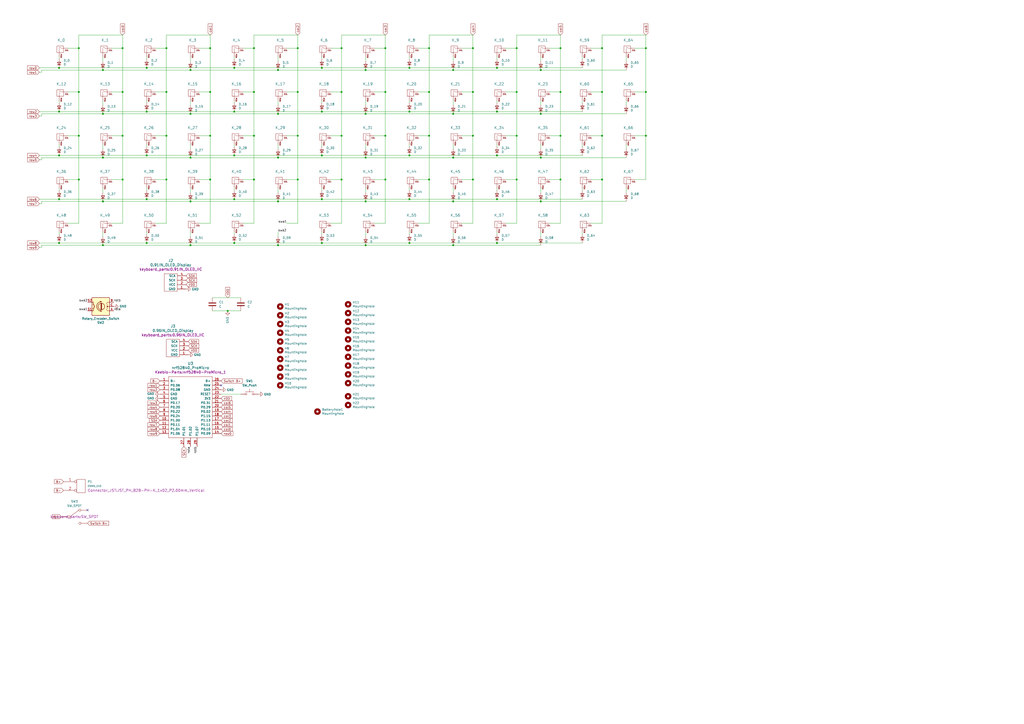
<source format=kicad_sch>
(kicad_sch (version 20231120) (generator "eeschema") (generator_version "8.0")
  (paper "A2")
  (lib_symbols
    (symbol "Device:C" (pin_numbers hide) (pin_names (offset 0.254))
      (property "Reference" "C" (at 0.635 2.54 0))
      (property "Value" "C" (at 0.635 -2.54 0))
      (symbol "C_1_1"
        (pin passive line (at 0 3.81 270) (length 2.794) (name "~") (number "1"))
        (pin passive line (at 0 -3.81 90) (length 2.794) (name "~") (number "2"))
      )
    )
    (symbol "Device:D_Small" (pin_numbers hide) (pin_names (offset 0.254) hide)
      (property "Reference" "D" (at -1.27 2.032 0))
      (property "Value" "D_Small" (at -3.81 -2.032 0))
      (symbol "D_Small_1_1"
        (pin passive line (at -2.54 0 0) (length 1.778) (name "K") (number "1"))
        (pin passive line (at 2.54 0 180) (length 1.778) (name "A") (number "2"))
      )
    )
    (symbol "MX_Alps_Hybrid:MX-NoLED" (pin_names (offset 1.016))
      (property "Reference" "MX" (at -0.635 3.81 0))
      (property "Value" "MX-NoLED" (at -0.635 1.27 0))
      (symbol "MX-NoLED_0_0"
        (text "COL" (at 3.175 0 0) (effects (font (size 0.762 0.762))))
        (text "ROW" (at 0 -1.905 900) (effects (font (size 0.762 0.762)) (justify right)))
      )
      (symbol "MX-NoLED_1_1"
        (pin passive line (at 3.81 1.27 180) (length 2.54) (name "COL") (number "1"))
        (pin passive line (at -1.27 -3.81 90) (length 2.54) (name "ROW") (number "2"))
      )
    )
    (symbol "Mainpcb-rescue:GND-power" (power) (pin_names (offset 0))
      (property "Value" "power_GND" (at 0 -3.81 0))
      (symbol "GND-power_1_1"
        (pin power_in line (at 0 0 270) (length 0) hide (name "GND") (number "1"))
      )
    )
    (symbol "Mainpcb-rescue:Rotary_Encoder_Switch-Device" (pin_names (offset 0.254) hide)
      (property "Reference" "SW" (at 0 6.604 0))
      (property "Value" "Device_Rotary_Encoder_Switch" (at 0 -6.604 0))
      (symbol "Rotary_Encoder_Switch-Device_1_1"
        (pin passive line (at -7.62 2.54 0) (length 2.54) (name "A") (number "A"))
        (pin passive line (at -7.62 -2.54 0) (length 2.54) (name "B") (number "B"))
        (pin passive line (at -7.62 0 0) (length 2.54) (name "C") (number "C"))
        (pin passive line (at 7.62 2.54 180) (length 2.54) (name "S1") (number "S1"))
        (pin passive line (at 7.62 -2.54 180) (length 2.54) (name "S2") (number "S2"))
      )
    )
    (symbol "Mainpcb-rescue:nrf52840-ProMicro" (pin_names (offset 1.016))
      (property "Reference" "U" (at 0 19.05 0))
      (property "Value" "nrf52840_ProMicro" (at 0.254 -37.084 0))
      (property "Footprint" "Keebio-Parts:nrf52840-ProMicro" (at 0.508 -41.402 0))
      (symbol "nrf52840-ProMicro_1_1"
        (pin power_in line (at -17.78 13.97 0) (length 5.08) (name "B-") (number "1"))
        (pin bidirectional line (at -17.78 -8.89 0) (length 5.08) (name "P1.00") (number "10"))
        (pin bidirectional line (at -17.78 -11.43 0) (length 5.08) (name "P0.11") (number "11"))
        (pin bidirectional line (at -17.78 -13.97 0) (length 5.08) (name "P1.04") (number "12"))
        (pin bidirectional line (at -17.78 -16.51 0) (length 5.08) (name "P1.06") (number "13"))
        (pin bidirectional line (at 17.78 -16.51 180) (length 5.08) (name "P0.09") (number "14"))
        (pin bidirectional line (at 17.78 -13.97 180) (length 5.08) (name "P0.10") (number "15"))
        (pin bidirectional line (at 17.78 -11.43 180) (length 5.08) (name "P1.11") (number "16"))
        (pin bidirectional line (at 17.78 -8.89 180) (length 5.08) (name "P1.13") (number "17"))
        (pin bidirectional line (at 17.78 -6.35 180) (length 5.08) (name "P1.15") (number "18"))
        (pin bidirectional line (at 17.78 -3.81 180) (length 5.08) (name "P0.02") (number "19"))
        (pin bidirectional line (at -17.78 11.43 0) (length 5.08) (name "P0.06") (number "2"))
        (pin bidirectional line (at 17.78 -1.27 180) (length 5.08) (name "P0.29") (number "20"))
        (pin bidirectional line (at 17.78 1.27 180) (length 5.08) (name "P0.31") (number "21"))
        (pin power_out line (at 17.78 3.81 180) (length 5.08) (name "3V3") (number "22"))
        (pin input line (at 17.78 6.35 180) (length 5.08) (name "RESET") (number "23"))
        (pin power_in line (at 17.78 8.89 180) (length 5.08) (name "GND") (number "24"))
        (pin power_out line (at 17.78 11.43 180) (length 5.08) (name "RAW") (number "25"))
        (pin power_in line (at 17.78 13.97 180) (length 5.08) (name "B+") (number "26"))
        (pin bidirectional line (at -3.81 -24.13 90) (length 5.08) (name "P1.01") (number "27"))
        (pin bidirectional line (at 0 -24.13 90) (length 5.08) (name "P1.02") (number "28"))
        (pin bidirectional line (at 3.81 -24.13 90) (length 5.08) (name "P1.07") (number "29"))
        (pin bidirectional line (at -17.78 8.89 0) (length 5.08) (name "P0.08") (number "3"))
        (pin power_in line (at -17.78 6.35 0) (length 5.08) (name "GND") (number "4"))
        (pin power_in line (at -17.78 3.81 0) (length 5.08) (name "GND") (number "5"))
        (pin bidirectional line (at -17.78 1.27 0) (length 5.08) (name "P0.17") (number "6"))
        (pin bidirectional line (at -17.78 -1.27 0) (length 5.08) (name "P0.20") (number "7"))
        (pin bidirectional line (at -17.78 -3.81 0) (length 5.08) (name "P0.22") (number "8"))
        (pin bidirectional line (at -17.78 -6.35 0) (length 5.08) (name "P0.24") (number "9"))
      )
    )
    (symbol "Mechanical:MountingHole" (pin_names (offset 1.016)) (exclude_from_sim yes) (in_bom no)
      (property "Reference" "H" (at 0 5.08 0))
      (property "Value" "MountingHole" (at 0 3.175 0))
    )
    (symbol "keyboard_parts:0.91IN_OLED_Display" (pin_names (offset 1.016))
      (property "Reference" "J" (at -10.16 0 0))
      (property "Value" "0.91IN_OLED_Display" (at -3.81 6.35 0))
      (property "Footprint" "keyboard_parts:0.91IN_OLED_IIC" (at 0 0 0))
      (symbol "0.91IN_OLED_Display_1_1"
        (pin power_in line (at 5.08 -3.81 180) (length 5.08) (name "GND") (number "1"))
        (pin power_in line (at 5.08 -1.27 180) (length 5.08) (name "VCC") (number "2"))
        (pin bidirectional line (at 5.08 1.27 180) (length 5.08) (name "SCK") (number "3"))
        (pin bidirectional line (at 5.08 3.81 180) (length 5.08) (name "SCA") (number "4"))
      )
    )
    (symbol "keyboard_parts:0.96IN_OLED_Display" (pin_names (offset 1.016))
      (property "Reference" "J" (at -10.16 0 0))
      (property "Value" "0.96IN_OLED_Display" (at -3.81 6.35 0))
      (property "Footprint" "keyboard_parts:0.96IN_OLED_IIC" (at 0 0 0))
      (symbol "0.96IN_OLED_Display_1_1"
        (pin power_in line (at 5.08 -3.81 180) (length 5.08) (name "GND") (number "1"))
        (pin power_in line (at 5.08 -1.27 180) (length 5.08) (name "VCC") (number "2"))
        (pin bidirectional line (at 5.08 1.27 180) (length 5.08) (name "SCK") (number "3"))
        (pin bidirectional line (at 5.08 3.81 180) (length 5.08) (name "SCA") (number "4"))
      )
    )
    (symbol "keyboard_parts:CONN_JST_PH_2X1" (pin_names (offset 1.016) hide)
      (property "Reference" "P" (at 0 5.08 0))
      (property "Value" "CONN_1X2" (at 0 0 90))
      (property "Footprint" "Connector_JST:JST_PH_B2B-PH-K_1x02_P2.00mm_Vertical" (at 0 -10.668 0))
      (symbol "CONN_JST_PH_2X1_1_1"
        (pin passive inverted (at -10.16 2.54 0) (length 7.62) (name "1") (number "1"))
        (pin passive inverted (at -10.16 -2.54 0) (length 7.62) (name "2") (number "2"))
      )
    )
    (symbol "keyboard_parts:SW_Push" (pin_numbers hide) (pin_names (offset 1.016) hide)
      (property "Reference" "SW" (at 1.27 2.54 0))
      (property "Value" "SW_Push" (at 0 -1.524 0))
      (symbol "SW_Push_0_1"
        (pin passive line (at -5.08 0 0) (length 2.54) (name "1") (number "1"))
        (pin passive line (at 5.08 0 180) (length 2.54) (name "2") (number "2"))
      )
    )
    (symbol "keyboard_parts:SW_SPDT" (pin_numbers hide) (pin_names (offset 1.016) hide)
      (property "Reference" "SW" (at -0.508 7.366 0))
      (property "Value" "SW_SPDT" (at 0.254 -7.874 0))
      (symbol "SW_SPDT_0_1"
        (pin passive inverted (at -7.62 0 0) (length 5.08) (name "2") (number "2"))
        (pin passive inverted (at 7.62 -3.81 180) (length 5.08) (name "3") (number "3"))
      )
      (symbol "SW_SPDT_1_1"
        (pin passive inverted (at 7.62 3.81 180) (length 5.08) (name "1") (number "1"))
      )
    )
  )
  (junction (at 212.09 40.64))
  (junction (at 198.12 27.94))
  (junction (at 135.89 140.97))
  (junction (at 212.09 91.44))
  (junction (at 161.29 66.04))
  (junction (at 274.32 78.74))
  (junction (at 172.72 78.74))
  (junction (at 198.12 78.74))
  (junction (at 96.52 27.94))
  (junction (at 288.29 64.77))
  (junction (at 59.69 142.24))
  (junction (at 223.52 78.74))
  (junction (at 299.72 53.34))
  (junction (at 135.89 115.57))
  (junction (at 96.52 78.74))
  (junction (at 237.49 39.37))
  (junction (at 349.25 78.74))
  (junction (at 121.92 27.94))
  (junction (at 223.52 53.34))
  (junction (at 248.92 104.14))
  (junction (at 274.32 27.94))
  (junction (at 161.29 40.64))
  (junction (at 313.69 66.04))
  (junction (at 198.12 104.14))
  (junction (at 34.29 64.77))
  (junction (at 262.89 66.04))
  (junction (at 212.09 142.24))
  (junction (at 274.32 53.34))
  (junction (at 248.92 27.94))
  (junction (at 313.69 91.44))
  (junction (at 45.72 104.14))
  (junction (at 135.89 90.17))
  (junction (at 34.29 39.37))
  (junction (at 59.69 91.44))
  (junction (at 161.29 142.24))
  (junction (at 59.69 40.64))
  (junction (at 121.92 53.34))
  (junction (at 186.69 140.97))
  (junction (at 374.65 27.94))
  (junction (at 161.29 116.84))
  (junction (at 313.69 116.84))
  (junction (at 96.52 104.14))
  (junction (at 71.12 104.14))
  (junction (at 85.09 140.97))
  (junction (at 132.08 180.34))
  (junction (at 34.29 140.97))
  (junction (at 71.12 27.94))
  (junction (at 172.72 27.94))
  (junction (at 34.29 115.57))
  (junction (at 147.32 27.94))
  (junction (at 147.32 53.34))
  (junction (at 121.92 104.14))
  (junction (at 96.52 53.34))
  (junction (at 248.92 78.74))
  (junction (at 299.72 104.14))
  (junction (at 147.32 104.14))
  (junction (at 223.52 27.94))
  (junction (at 186.69 90.17))
  (junction (at 59.69 116.84))
  (junction (at 186.69 115.57))
  (junction (at 325.12 104.14))
  (junction (at 110.49 40.64))
  (junction (at 349.25 53.34))
  (junction (at 85.09 39.37))
  (junction (at 212.09 116.84))
  (junction (at 237.49 140.97))
  (junction (at 212.09 66.04))
  (junction (at 71.12 78.74))
  (junction (at 110.49 91.44))
  (junction (at 45.72 27.94))
  (junction (at 313.69 40.64))
  (junction (at 237.49 64.77))
  (junction (at 186.69 64.77))
  (junction (at 349.25 27.94))
  (junction (at 172.72 104.14))
  (junction (at 85.09 115.57))
  (junction (at 288.29 115.57))
  (junction (at 288.29 39.37))
  (junction (at 299.72 78.74))
  (junction (at 161.29 91.44))
  (junction (at 110.49 66.04))
  (junction (at 147.32 78.74))
  (junction (at 186.69 39.37))
  (junction (at 274.32 104.14))
  (junction (at 374.65 78.74))
  (junction (at 237.49 115.57))
  (junction (at 71.12 53.34))
  (junction (at 85.09 64.77))
  (junction (at 121.92 78.74))
  (junction (at 288.29 140.97))
  (junction (at 34.29 90.17))
  (junction (at 262.89 142.24))
  (junction (at 374.65 53.34))
  (junction (at 198.12 53.34))
  (junction (at 135.89 39.37))
  (junction (at 45.72 78.74))
  (junction (at 325.12 53.34))
  (junction (at 325.12 78.74))
  (junction (at 248.92 53.34))
  (junction (at 59.69 66.04))
  (junction (at 223.52 104.14))
  (junction (at 325.12 27.94))
  (junction (at 299.72 27.94))
  (junction (at 45.72 53.34))
  (junction (at 262.89 40.64))
  (junction (at 110.49 116.84))
  (junction (at 110.49 142.24))
  (junction (at 172.72 53.34))
  (junction (at 135.89 64.77))
  (junction (at 262.89 91.44))
  (junction (at 288.29 90.17))
  (junction (at 262.89 116.84))
  (junction (at 85.09 90.17))
  (junction (at 349.25 104.14))
  (junction (at 237.49 90.17))
  (no_connect (at 50.8 295.91))
  (no_connect (at 128.27 223.52))
  (wire (pts (xy 363.22 58.42) (xy 363.22 60.96)))
  (wire (pts (xy 313.69 134.62) (xy 313.69 137.16)))
  (wire (pts (xy 34.29 140.97) (xy 85.09 140.97)))
  (wire (pts (xy 96.52 104.14) (xy 96.52 78.74)))
  (wire (pts (xy 110.49 116.84) (xy 161.29 116.84)))
  (wire (pts (xy 96.52 20.32) (xy 121.92 20.32)))
  (wire (pts (xy 22.86 92.71) (xy 24.13 92.71)))
  (wire (pts (xy 349.25 20.32) (xy 349.25 27.94)))
  (wire (pts (xy 71.12 20.32) (xy 71.12 27.94)))
  (wire (pts (xy 248.92 20.32) (xy 274.32 20.32)))
  (wire (pts (xy 349.25 20.32) (xy 374.65 20.32)))
  (wire (pts (xy 71.12 27.94) (xy 71.12 53.34)))
  (wire (pts (xy 299.72 20.32) (xy 325.12 20.32)))
  (wire (pts (xy 223.52 129.54) (xy 223.52 104.14)))
  (wire (pts (xy 337.82 58.42) (xy 337.82 59.69)))
  (wire (pts (xy 198.12 78.74) (xy 198.12 53.34)))
  (wire (pts (xy 318.77 129.54) (xy 325.12 129.54)))
  (wire (pts (xy 161.29 58.42) (xy 161.29 60.96)))
  (wire (pts (xy 363.22 33.02) (xy 363.22 35.56)))
  (wire (pts (xy 349.25 27.94) (xy 349.25 53.34)))
  (wire (pts (xy 22.86 115.57) (xy 34.29 115.57)))
  (wire (pts (xy 115.57 53.34) (xy 121.92 53.34)))
  (wire (pts (xy 274.32 129.54) (xy 274.32 104.14)))
  (wire (pts (xy 198.12 20.32) (xy 223.52 20.32)))
  (wire (pts (xy 24.13 116.84) (xy 59.69 116.84)))
  (wire (pts (xy 342.9 53.34) (xy 349.25 53.34)))
  (wire (pts (xy 22.86 143.51) (xy 24.13 143.51)))
  (wire (pts (xy 59.69 83.82) (xy 59.69 86.36)))
  (wire (pts (xy 237.49 134.62) (xy 237.49 135.89)))
  (wire (pts (xy 337.82 134.62) (xy 337.82 135.89)))
  (wire (pts (xy 34.29 134.62) (xy 34.29 135.89)))
  (wire (pts (xy 262.89 83.82) (xy 262.89 86.36)))
  (wire (pts (xy 59.69 142.24) (xy 110.49 142.24)))
  (wire (pts (xy 96.52 27.94) (xy 96.52 53.34)))
  (wire (pts (xy 274.32 20.32) (xy 274.32 27.94)))
  (wire (pts (xy 217.17 129.54) (xy 223.52 129.54)))
  (wire (pts (xy 186.69 109.22) (xy 186.69 110.49)))
  (wire (pts (xy 318.77 53.34) (xy 325.12 53.34)))
  (wire (pts (xy 90.17 104.14) (xy 96.52 104.14)))
  (wire (pts (xy 313.69 83.82) (xy 313.69 86.36)))
  (wire (pts (xy 186.69 83.82) (xy 186.69 85.09)))
  (wire (pts (xy 248.92 27.94) (xy 248.92 53.34)))
  (wire (pts (xy 121.92 20.32) (xy 121.92 27.94)))
  (wire (pts (xy 161.29 116.84) (xy 212.09 116.84)))
  (wire (pts (xy 24.13 41.91) (xy 24.13 40.64)))
  (wire (pts (xy 85.09 109.22) (xy 85.09 110.49)))
  (wire (pts (xy 299.72 20.32) (xy 299.72 27.94)))
  (wire (pts (xy 368.3 104.14) (xy 374.65 104.14)))
  (wire (pts (xy 342.9 129.54) (xy 349.25 129.54)))
  (wire (pts (xy 374.65 104.14) (xy 374.65 78.74)))
  (wire (pts (xy 166.37 104.14) (xy 172.72 104.14)))
  (wire (pts (xy 337.82 109.22) (xy 337.82 110.49)))
  (wire (pts (xy 45.72 27.94) (xy 45.72 53.34)))
  (wire (pts (xy 147.32 78.74) (xy 147.32 53.34)))
  (wire (pts (xy 288.29 109.22) (xy 288.29 110.49)))
  (wire (pts (xy 147.32 104.14) (xy 147.32 78.74)))
  (wire (pts (xy 212.09 91.44) (xy 262.89 91.44)))
  (wire (pts (xy 299.72 129.54) (xy 299.72 104.14)))
  (wire (pts (xy 293.37 78.74) (xy 299.72 78.74)))
  (wire (pts (xy 191.77 78.74) (xy 198.12 78.74)))
  (wire (pts (xy 59.69 134.62) (xy 59.69 137.16)))
  (wire (pts (xy 349.25 129.54) (xy 349.25 104.14)))
  (wire (pts (xy 34.29 39.37) (xy 85.09 39.37)))
  (wire (pts (xy 217.17 78.74) (xy 223.52 78.74)))
  (wire (pts (xy 85.09 115.57) (xy 135.89 115.57)))
  (wire (pts (xy 132.08 180.34) (xy 139.7 180.34)))
  (wire (pts (xy 242.57 27.94) (xy 248.92 27.94)))
  (wire (pts (xy 161.29 142.24) (xy 212.09 142.24)))
  (wire (pts (xy 337.82 83.82) (xy 337.82 85.09)))
  (wire (pts (xy 325.12 27.94) (xy 325.12 53.34)))
  (wire (pts (xy 248.92 129.54) (xy 248.92 104.14)))
  (wire (pts (xy 59.69 91.44) (xy 110.49 91.44)))
  (wire (pts (xy 140.97 53.34) (xy 147.32 53.34)))
  (wire (pts (xy 161.29 66.04) (xy 212.09 66.04)))
  (wire (pts (xy 217.17 53.34) (xy 223.52 53.34)))
  (wire (pts (xy 191.77 129.54) (xy 198.12 129.54)))
  (wire (pts (xy 34.29 83.82) (xy 34.29 85.09)))
  (wire (pts (xy 161.29 33.02) (xy 161.29 35.56)))
  (wire (pts (xy 325.12 78.74) (xy 325.12 53.34)))
  (wire (pts (xy 374.65 27.94) (xy 374.65 53.34)))
  (wire (pts (xy 288.29 33.02) (xy 288.29 34.29)))
  (wire (pts (xy 172.72 20.32) (xy 172.72 27.94)))
  (wire (pts (xy 313.69 116.84) (xy 363.22 116.84)))
  (wire (pts (xy 262.89 116.84) (xy 313.69 116.84)))
  (wire (pts (xy 262.89 134.62) (xy 262.89 137.16)))
  (wire (pts (xy 90.17 78.74) (xy 96.52 78.74)))
  (wire (pts (xy 64.77 78.74) (xy 71.12 78.74)))
  (wire (pts (xy 161.29 91.44) (xy 212.09 91.44)))
  (wire (pts (xy 166.37 78.74) (xy 172.72 78.74)))
  (wire (pts (xy 22.86 118.11) (xy 24.13 118.11)))
  (wire (pts (xy 172.72 78.74) (xy 172.72 53.34)))
  (wire (pts (xy 128.27 228.6) (xy 139.7 228.6)))
  (wire (pts (xy 172.72 27.94) (xy 172.72 53.34)))
  (wire (pts (xy 212.09 109.22) (xy 212.09 111.76)))
  (wire (pts (xy 172.72 104.14) (xy 172.72 78.74)))
  (wire (pts (xy 121.92 27.94) (xy 121.92 53.34)))
  (wire (pts (xy 237.49 64.77) (xy 288.29 64.77)))
  (wire (pts (xy 45.72 20.32) (xy 71.12 20.32)))
  (wire (pts (xy 342.9 104.14) (xy 349.25 104.14)))
  (wire (pts (xy 212.09 83.82) (xy 212.09 86.36)))
  (wire (pts (xy 59.69 58.42) (xy 59.69 60.96)))
  (wire (pts (xy 135.89 115.57) (xy 186.69 115.57)))
  (wire (pts (xy 121.92 104.14) (xy 121.92 78.74)))
  (wire (pts (xy 135.89 58.42) (xy 135.89 59.69)))
  (wire (pts (xy 110.49 142.24) (xy 161.29 142.24)))
  (wire (pts (xy 59.69 40.64) (xy 110.49 40.64)))
  (wire (pts (xy 288.29 58.42) (xy 288.29 59.69)))
  (wire (pts (xy 313.69 33.02) (xy 313.69 35.56)))
  (wire (pts (xy 85.09 58.42) (xy 85.09 59.69)))
  (wire (pts (xy 337.82 115.57) (xy 288.29 115.57)))
  (wire (pts (xy 39.37 104.14) (xy 45.72 104.14)))
  (wire (pts (xy 34.29 33.02) (xy 34.29 34.29)))
  (wire (pts (xy 45.72 129.54) (xy 45.72 104.14)))
  (wire (pts (xy 198.12 27.94) (xy 198.12 53.34)))
  (wire (pts (xy 237.49 39.37) (xy 288.29 39.37)))
  (wire (pts (xy 22.86 67.31) (xy 24.13 67.31)))
  (wire (pts (xy 34.29 58.42) (xy 34.29 59.69)))
  (wire (pts (xy 198.12 20.32) (xy 198.12 27.94)))
  (wire (pts (xy 140.97 129.54) (xy 147.32 129.54)))
  (wire (pts (xy 325.12 20.32) (xy 325.12 27.94)))
  (wire (pts (xy 267.97 27.94) (xy 274.32 27.94)))
  (wire (pts (xy 64.77 53.34) (xy 71.12 53.34)))
  (wire (pts (xy 374.65 78.74) (xy 374.65 53.34)))
  (wire (pts (xy 267.97 53.34) (xy 274.32 53.34)))
  (wire (pts (xy 24.13 91.44) (xy 59.69 91.44)))
  (wire (pts (xy 71.12 78.74) (xy 71.12 53.34)))
  (wire (pts (xy 223.52 104.14) (xy 223.52 78.74)))
  (wire (pts (xy 313.69 58.42) (xy 313.69 60.96)))
  (wire (pts (xy 24.13 40.64) (xy 59.69 40.64)))
  (wire (pts (xy 24.13 142.24) (xy 59.69 142.24)))
  (wire (pts (xy 262.89 142.24) (xy 313.69 142.24)))
  (wire (pts (xy 267.97 78.74) (xy 274.32 78.74)))
  (wire (pts (xy 217.17 104.14) (xy 223.52 104.14)))
  (wire (pts (xy 237.49 33.02) (xy 237.49 34.29)))
  (wire (pts (xy 293.37 104.14) (xy 299.72 104.14)))
  (wire (pts (xy 147.32 129.54) (xy 147.32 104.14)))
  (wire (pts (xy 96.52 20.32) (xy 96.52 27.94)))
  (wire (pts (xy 274.32 78.74) (xy 274.32 53.34)))
  (wire (pts (xy 191.77 53.34) (xy 198.12 53.34)))
  (wire (pts (xy 313.69 91.44) (xy 363.22 91.44)))
  (wire (pts (xy 135.89 140.97) (xy 186.69 140.97)))
  (wire (pts (xy 293.37 129.54) (xy 299.72 129.54)))
  (wire (pts (xy 325.12 104.14) (xy 325.12 78.74)))
  (wire (pts (xy 90.17 27.94) (xy 96.52 27.94)))
  (wire (pts (xy 22.86 90.17) (xy 34.29 90.17)))
  (wire (pts (xy 186.69 134.62) (xy 186.69 135.89)))
  (wire (pts (xy 115.57 129.54) (xy 121.92 129.54)))
  (wire (pts (xy 288.29 39.37) (xy 337.82 39.37)))
  (wire (pts (xy 34.29 109.22) (xy 34.29 110.49)))
  (wire (pts (xy 368.3 78.74) (xy 374.65 78.74)))
  (wire (pts (xy 59.69 66.04) (xy 110.49 66.04)))
  (wire (pts (xy 161.29 83.82) (xy 161.29 86.36)))
  (wire (pts (xy 115.57 104.14) (xy 121.92 104.14)))
  (wire (pts (xy 313.69 109.22) (xy 313.69 111.76)))
  (wire (pts (xy 123.19 180.34) (xy 132.08 180.34)))
  (wire (pts (xy 212.09 33.02) (xy 212.09 35.56)))
  (wire (pts (xy 313.69 40.64) (xy 363.22 40.64)))
  (wire (pts (xy 342.9 78.74) (xy 349.25 78.74)))
  (wire (pts (xy 212.09 116.84) (xy 262.89 116.84)))
  (wire (pts (xy 293.37 53.34) (xy 299.72 53.34)))
  (wire (pts (xy 115.57 78.74) (xy 121.92 78.74)))
  (wire (pts (xy 90.17 53.34) (xy 96.52 53.34)))
  (wire (pts (xy 313.69 66.04) (xy 363.22 66.04)))
  (wire (pts (xy 166.37 129.54) (xy 172.72 129.54)))
  (wire (pts (xy 337.82 33.02) (xy 337.82 34.29)))
  (wire (pts (xy 191.77 104.14) (xy 198.12 104.14)))
  (wire (pts (xy 288.29 140.97) (xy 337.82 140.97)))
  (wire (pts (xy 135.89 90.17) (xy 186.69 90.17)))
  (wire (pts (xy 115.57 27.94) (xy 121.92 27.94)))
  (wire (pts (xy 110.49 83.82) (xy 110.49 86.36)))
  (wire (pts (xy 64.77 104.14) (xy 71.12 104.14)))
  (wire (pts (xy 248.92 78.74) (xy 248.92 53.34)))
  (wire (pts (xy 24.13 118.11) (xy 24.13 116.84)))
  (wire (pts (xy 237.49 109.22) (xy 237.49 110.49)))
  (wire (pts (xy 288.29 64.77) (xy 337.82 64.77)))
  (wire (pts (xy 363.22 109.22) (xy 363.22 111.76)))
  (wire (pts (xy 59.69 109.22) (xy 59.69 111.76)))
  (wire (pts (xy 274.32 104.14) (xy 274.32 78.74)))
  (wire (pts (xy 135.89 134.62) (xy 135.89 135.89)))
  (wire (pts (xy 45.72 78.74) (xy 45.72 53.34)))
  (wire (pts (xy 147.32 20.32) (xy 147.32 27.94)))
  (wire (pts (xy 110.49 91.44) (xy 161.29 91.44)))
  (wire (pts (xy 22.86 39.37) (xy 34.29 39.37)))
  (wire (pts (xy 212.09 58.42) (xy 212.09 60.96)))
  (wire (pts (xy 85.09 33.02) (xy 85.09 34.29)))
  (wire (pts (xy 45.72 104.14) (xy 45.72 78.74)))
  (wire (pts (xy 110.49 40.64) (xy 161.29 40.64)))
  (wire (pts (xy 110.49 134.62) (xy 110.49 137.16)))
  (wire (pts (xy 191.77 27.94) (xy 198.12 27.94)))
  (wire (pts (xy 212.09 134.62) (xy 212.09 137.16)))
  (wire (pts (xy 45.72 20.32) (xy 45.72 27.94)))
  (wire (pts (xy 186.69 33.02) (xy 186.69 34.29)))
  (wire (pts (xy 262.89 91.44) (xy 313.69 91.44)))
  (wire (pts (xy 96.52 129.54) (xy 96.52 104.14)))
  (wire (pts (xy 22.86 41.91) (xy 24.13 41.91)))
  (wire (pts (xy 262.89 40.64) (xy 313.69 40.64)))
  (wire (pts (xy 288.29 90.17) (xy 337.82 90.17)))
  (wire (pts (xy 318.77 78.74) (xy 325.12 78.74)))
  (wire (pts (xy 186.69 140.97) (xy 237.49 140.97)))
  (wire (pts (xy 237.49 83.82) (xy 237.49 85.09)))
  (wire (pts (xy 140.97 27.94) (xy 147.32 27.94)))
  (wire (pts (xy 96.52 78.74) (xy 96.52 53.34)))
  (wire (pts (xy 186.69 64.77) (xy 237.49 64.77)))
  (wire (pts (xy 262.89 66.04) (xy 313.69 66.04)))
  (wire (pts (xy 237.49 58.42) (xy 237.49 59.69)))
  (wire (pts (xy 147.32 27.94) (xy 147.32 53.34)))
  (wire (pts (xy 71.12 104.14) (xy 71.12 78.74)))
  (wire (pts (xy 71.12 129.54) (xy 71.12 104.14)))
  (wire (pts (xy 59.69 33.02) (xy 59.69 35.56)))
  (wire (pts (xy 135.89 39.37) (xy 186.69 39.37)))
  (wire (pts (xy 34.29 64.77) (xy 85.09 64.77)))
  (wire (pts (xy 85.09 83.82) (xy 85.09 85.09)))
  (wire (pts (xy 223.52 27.94) (xy 223.52 53.34)))
  (wire (pts (xy 288.29 83.82) (xy 288.29 85.09)))
  (wire (pts (xy 342.9 27.94) (xy 349.25 27.94)))
  (wire (pts (xy 39.37 129.54) (xy 45.72 129.54)))
  (wire (pts (xy 368.3 53.34) (xy 374.65 53.34)))
  (wire (pts (xy 217.17 27.94) (xy 223.52 27.94)))
  (wire (pts (xy 135.89 109.22) (xy 135.89 110.49)))
  (wire (pts (xy 39.37 53.34) (xy 45.72 53.34)))
  (wire (pts (xy 223.52 78.74) (xy 223.52 53.34)))
  (wire (pts (xy 110.49 33.02) (xy 110.49 35.56)))
  (wire (pts (xy 299.72 78.74) (xy 299.72 53.34)))
  (wire (pts (xy 121.92 78.74) (xy 121.92 53.34)))
  (wire (pts (xy 363.22 83.82) (xy 363.22 86.36)))
  (wire (pts (xy 186.69 58.42) (xy 186.69 59.69)))
  (wire (pts (xy 161.29 40.64) (xy 212.09 40.64)))
  (wire (pts (xy 223.52 20.32) (xy 223.52 27.94)))
  (wire (pts (xy 262.89 58.42) (xy 262.89 60.96)))
  (wire (pts (xy 242.57 78.74) (xy 248.92 78.74)))
  (wire (pts (xy 24.13 143.51) (xy 24.13 142.24)))
  (wire (pts (xy 85.09 64.77) (xy 135.89 64.77)))
  (wire (pts (xy 121.92 129.54) (xy 121.92 104.14)))
  (wire (pts (xy 59.69 116.84) (xy 110.49 116.84)))
  (wire (pts (xy 85.09 140.97) (xy 135.89 140.97)))
  (wire (pts (xy 248.92 20.32) (xy 248.92 27.94)))
  (wire (pts (xy 262.89 33.02) (xy 262.89 35.56)))
  (wire (pts (xy 242.57 53.34) (xy 248.92 53.34)))
  (wire (pts (xy 135.89 33.02) (xy 135.89 34.29)))
  (wire (pts (xy 237.49 140.97) (xy 288.29 140.97)))
  (wire (pts (xy 242.57 104.14) (xy 248.92 104.14)))
  (wire (pts (xy 39.37 78.74) (xy 45.72 78.74)))
  (wire (pts (xy 64.77 129.54) (xy 71.12 129.54)))
  (wire (pts (xy 374.65 20.32) (xy 374.65 27.94)))
  (wire (pts (xy 39.37 27.94) (xy 45.72 27.94)))
  (wire (pts (xy 299.72 104.14) (xy 299.72 78.74)))
  (wire (pts (xy 368.3 27.94) (xy 374.65 27.94)))
  (wire (pts (xy 325.12 129.54) (xy 325.12 104.14)))
  (wire (pts (xy 198.12 129.54) (xy 198.12 104.14)))
  (wire (pts (xy 24.13 66.04) (xy 59.69 66.04)))
  (wire (pts (xy 288.29 134.62) (xy 288.29 135.89)))
  (wire (pts (xy 186.69 90.17) (xy 237.49 90.17)))
  (wire (pts (xy 123.19 172.72) (xy 139.7 172.72)))
  (wire (pts (xy 186.69 39.37) (xy 237.49 39.37)))
  (wire (pts (xy 166.37 53.34) (xy 172.72 53.34)))
  (wire (pts (xy 22.86 64.77) (xy 34.29 64.77)))
  (wire (pts (xy 110.49 58.42) (xy 110.49 60.96)))
  (wire (pts (xy 212.09 40.64) (xy 262.89 40.64)))
  (wire (pts (xy 172.72 129.54) (xy 172.72 104.14)))
  (wire (pts (xy 24.13 67.31) (xy 24.13 66.04)))
  (wire (pts (xy 135.89 64.77) (xy 186.69 64.77)))
  (wire (pts (xy 262.89 109.22) (xy 262.89 111.76)))
  (wire (pts (xy 135.89 83.82) (xy 135.89 85.09)))
  (wire (pts (xy 212.09 142.24) (xy 262.89 142.24)))
  (wire (pts (xy 166.37 27.94) (xy 172.72 27.94)))
  (wire (pts (xy 85.09 90.17) (xy 135.89 90.17)))
  (wire (pts (xy 24.13 92.71) (xy 24.13 91.44)))
  (wire (pts (xy 140.97 104.14) (xy 147.32 104.14)))
  (wire (pts (xy 299.72 27.94) (xy 299.72 53.34)))
  (wire (pts (xy 34.29 115.57) (xy 85.09 115.57)))
  (wire (pts (xy 293.37 27.94) (xy 299.72 27.94)))
  (wire (pts (xy 90.17 129.54) (xy 96.52 129.54)))
  (wire (pts (xy 161.29 109.22) (xy 161.29 111.76)))
  (wire (pts (xy 274.32 27.94) (xy 274.32 53.34)))
  (wire (pts (xy 147.32 20.32) (xy 172.72 20.32)))
  (wire (pts (xy 110.49 109.22) (xy 110.49 111.76)))
  (wire (pts (xy 237.49 115.57) (xy 288.29 115.57)))
  (wire (pts (xy 349.25 78.74) (xy 349.25 53.34)))
  (wire (pts (xy 248.92 104.14) (xy 248.92 78.74)))
  (wire (pts (xy 34.29 90.17) (xy 85.09 90.17)))
  (wire (pts (xy 22.86 140.97) (xy 34.29 140.97)))
  (wire (pts (xy 161.29 134.62) (xy 161.29 137.16)))
  (wire (pts (xy 186.69 115.57) (xy 237.49 115.57)))
  (wire (pts (xy 85.09 134.62) (xy 85.09 135.89)))
  (wire (pts (xy 85.09 39.37) (xy 135.89 39.37)))
  (wire (pts (xy 198.12 104.14) (xy 198.12 78.74)))
  (wire (pts (xy 267.97 104.14) (xy 274.32 104.14)))
  (wire (pts (xy 64.77 27.94) (xy 71.12 27.94)))
  (wire (pts (xy 140.97 78.74) (xy 147.32 78.74)))
  (wire (pts (xy 110.49 66.04) (xy 161.29 66.04)))
  (wire (pts (xy 318.77 27.94) (xy 325.12 27.94)))
  (wire (pts (xy 349.25 104.14) (xy 349.25 78.74)))
  (wire (pts (xy 242.57 129.54) (xy 248.92 129.54)))
  (wire (pts (xy 267.97 129.54) (xy 274.32 129.54)))
  (wire (pts (xy 318.77 104.14) (xy 325.12 104.14)))
  (wire (pts (xy 237.49 90.17) (xy 288.29 90.17)))
  (wire (pts (xy 212.09 66.04) (xy 262.89 66.04)))
  (label "swa1" (at 166.37 129.54 180))
  (label "rota" (at 66.04 180.34 0))
  (label "swa1" (at 50.8 180.34 180))
  (label "swa2" (at 161.29 134.62 0))
  (label "rotb" (at 66.04 175.26 0))
  (label "rotb" (at 114.3 259.08 270))
  (label "swa2" (at 50.8 175.26 180))
  (label "rota" (at 110.49 259.08 270))
  (global_label "row6" (shape input) (at 92.71 241.3 180) (property "Intersheetrefs" "${INTERSHEET_REFS}" (effects (hide yes))))
  (global_label "Switch B+" (shape input) (at 50.8 303.53 0) (property "Intersheetrefs" "${INTERSHEET_REFS}" (effects (hide yes))))
  (global_label "col1" (shape input) (at 128.27 246.38 0) (property "Intersheetrefs" "${INTERSHEET_REFS}" (effects (hide yes))))
  (global_label "col1" (shape input) (at 121.92 20.32 90) (property "Intersheetrefs" "${INTERSHEET_REFS}" (effects (hide yes))))
  (global_label "row8" (shape input) (at 92.71 248.92 180) (property "Intersheetrefs" "${INTERSHEET_REFS}" (effects (hide yes))))
  (global_label "col4" (shape input) (at 274.32 20.32 90) (property "Intersheetrefs" "${INTERSHEET_REFS}" (effects (hide yes))))
  (global_label "SCK" (shape input) (at 106.68 259.08 270) (property "Intersheetrefs" "${INTERSHEET_REFS}" (effects (hide yes))))
  (global_label "col6" (shape input) (at 374.65 20.32 90) (property "Intersheetrefs" "${INTERSHEET_REFS}" (effects (hide yes))))
  (global_label "row4" (shape input) (at 92.71 236.22 180) (property "Intersheetrefs" "${INTERSHEET_REFS}" (effects (hide yes))))
  (global_label "row9" (shape input) (at 92.71 251.46 180) (property "Intersheetrefs" "${INTERSHEET_REFS}" (effects (hide yes))))
  (global_label "B+" (shape input) (at 36.83 279.4 180) (property "Intersheetrefs" "${INTERSHEET_REFS}" (effects (hide yes))))
  (global_label "SDA" (shape input) (at 92.71 243.84 180) (property "Intersheetrefs" "${INTERSHEET_REFS}" (effects (hide yes))))
  (global_label "row2" (shape input) (at 22.86 64.77 180) (property "Intersheetrefs" "${INTERSHEET_REFS}" (effects (hide yes))))
  (global_label "VDD" (shape input) (at 128.27 231.14 0) (property "Intersheetrefs" "${INTERSHEET_REFS}" (effects (hide yes))))
  (global_label "row3" (shape input) (at 92.71 233.68 180) (property "Intersheetrefs" "${INTERSHEET_REFS}" (effects (hide yes))))
  (global_label "row5" (shape input) (at 92.71 238.76 180) (property "Intersheetrefs" "${INTERSHEET_REFS}" (effects (hide yes))))
  (global_label "row1" (shape input) (at 92.71 223.52 180) (property "Intersheetrefs" "${INTERSHEET_REFS}" (effects (hide yes))))
  (global_label "row5" (shape input) (at 22.86 92.71 180) (property "Intersheetrefs" "${INTERSHEET_REFS}" (effects (hide yes))))
  (global_label "B-" (shape input) (at 36.83 284.48 180) (property "Intersheetrefs" "${INTERSHEET_REFS}" (effects (hide yes))))
  (global_label "row3" (shape input) (at 22.86 67.31 180) (property "Intersheetrefs" "${INTERSHEET_REFS}" (effects (hide yes))))
  (global_label "col5" (shape input) (at 325.12 20.32 90) (property "Intersheetrefs" "${INTERSHEET_REFS}" (effects (hide yes))))
  (global_label "row7" (shape input) (at 92.71 246.38 180) (property "Intersheetrefs" "${INTERSHEET_REFS}" (effects (hide yes))))
  (global_label "col2" (shape input) (at 128.27 243.84 0) (property "Intersheetrefs" "${INTERSHEET_REFS}" (effects (hide yes))))
  (global_label "VDD" (shape input) (at 132.08 172.72 90) (property "Intersheetrefs" "${INTERSHEET_REFS}" (effects (hide yes))))
  (global_label "row1" (shape input) (at 22.86 41.91 180) (property "Intersheetrefs" "${INTERSHEET_REFS}" (effects (hide yes))))
  (global_label "row8" (shape input) (at 22.86 140.97 180) (property "Intersheetrefs" "${INTERSHEET_REFS}" (effects (hide yes))))
  (global_label "col3" (shape input) (at 128.27 241.3 0) (property "Intersheetrefs" "${INTERSHEET_REFS}" (effects (hide yes))))
  (global_label "VDD" (shape input) (at 109.22 203.2 0) (property "Intersheetrefs" "${INTERSHEET_REFS}" (effects (hide yes))))
  (global_label "row9" (shape input) (at 22.86 143.51 180) (property "Intersheetrefs" "${INTERSHEET_REFS}" (effects (hide yes))))
  (global_label "col0" (shape input) (at 71.12 20.32 90) (property "Intersheetrefs" "${INTERSHEET_REFS}" (effects (hide yes))))
  (global_label "B+" (shape input) (at 35.56 299.72 180) (property "Intersheetrefs" "${INTERSHEET_REFS}" (effects (hide yes))))
  (global_label "col4" (shape input) (at 128.27 238.76 0) (property "Intersheetrefs" "${INTERSHEET_REFS}" (effects (hide yes))))
  (global_label "col3" (shape input) (at 223.52 20.32 90) (property "Intersheetrefs" "${INTERSHEET_REFS}" (effects (hide yes))))
  (global_label "row4" (shape input) (at 22.86 90.17 180) (property "Intersheetrefs" "${INTERSHEET_REFS}" (effects (hide yes))))
  (global_label "SDA" (shape input) (at 109.22 198.12 0) (property "Intersheetrefs" "${INTERSHEET_REFS}" (effects (hide yes))))
  (global_label "row7" (shape input) (at 22.86 118.11 180) (property "Intersheetrefs" "${INTERSHEET_REFS}" (effects (hide yes))))
  (global_label "col6" (shape input) (at 128.27 233.68 0) (property "Intersheetrefs" "${INTERSHEET_REFS}" (effects (hide yes))))
  (global_label "row0" (shape input) (at 22.86 39.37 180) (property "Intersheetrefs" "${INTERSHEET_REFS}" (effects (hide yes))))
  (global_label "row0" (shape input) (at 128.27 251.46 0) (property "Intersheetrefs" "${INTERSHEET_REFS}" (effects (hide yes))))
  (global_label "SCK" (shape input) (at 109.22 200.66 0) (property "Intersheetrefs" "${INTERSHEET_REFS}" (effects (hide yes))))
  (global_label "VDD" (shape input) (at 107.95 165.1 0) (property "Intersheetrefs" "${INTERSHEET_REFS}" (effects (hide yes))))
  (global_label "col0" (shape input) (at 128.27 248.92 0) (property "Intersheetrefs" "${INTERSHEET_REFS}" (effects (hide yes))))
  (global_label "SCK" (shape input) (at 107.95 162.56 0) (property "Intersheetrefs" "${INTERSHEET_REFS}" (effects (hide yes))))
  (global_label "col2" (shape input) (at 172.72 20.32 90) (property "Intersheetrefs" "${INTERSHEET_REFS}" (effects (hide yes))))
  (global_label "B-" (shape input) (at 92.71 220.98 180) (property "Intersheetrefs" "${INTERSHEET_REFS}" (effects (hide yes))))
  (global_label "row2" (shape input) (at 92.71 226.06 180) (property "Intersheetrefs" "${INTERSHEET_REFS}" (effects (hide yes))))
  (global_label "row6" (shape input) (at 22.86 115.57 180) (property "Intersheetrefs" "${INTERSHEET_REFS}" (effects (hide yes))))
  (global_label "col5" (shape input) (at 128.27 236.22 0) (property "Intersheetrefs" "${INTERSHEET_REFS}" (effects (hide yes))))
  (global_label "SDA" (shape input) (at 107.95 160.02 0) (property "Intersheetrefs" "${INTERSHEET_REFS}" (effects (hide yes))))
  (global_label "Switch B+" (shape input) (at 128.27 220.98 0) (property "Intersheetrefs" "${INTERSHEET_REFS}" (effects (hide yes))))
  (symbol (lib_id "MX_Alps_Hybrid:MX-NoLED") (at 35.56 29.21 0) (unit 1)
    (property "Reference" "K_0" (at 35.56 23.2918 0) (effects (font (size 1.524 1.524))))
    (property "Value" "KEYSW" (effects (hide yes)))
    (property "Footprint" "keyswitches:Kailh_socket_MX" (effects (hide yes)))
  )
  (symbol (lib_id "Device:D_Small") (at 59.69 38.1 90) (unit 1)
    (property "Reference" "D_1" (at 62.23 36.322 90) (effects (justify right)))
    (property "Value" "D" (at 62.23 38.608 90) (effects (justify right)))
    (property "Footprint" "keyboard_parts:D_SOD123_axial" (effects (hide yes)))
  )
  (symbol (lib_id "MX_Alps_Hybrid:MX-NoLED") (at 60.96 29.21 0) (unit 1)
    (property "Reference" "K_1" (at 60.96 23.2918 0) (effects (font (size 1.524 1.524))))
    (property "Value" "KEYSW" (effects (hide yes)))
    (property "Footprint" "keyswitches:Kailh_socket_MX" (effects (hide yes)))
  )
  (symbol (lib_id "Device:D_Small") (at 85.09 36.83 90) (unit 1)
    (property "Reference" "D_2" (at 87.63 35.052 90) (effects (justify right)))
    (property "Value" "D" (at 87.63 37.338 90) (effects (justify right)))
    (property "Footprint" "keyboard_parts:D_SOD123_axial" (effects (hide yes)))
  )
  (symbol (lib_id "MX_Alps_Hybrid:MX-NoLED") (at 86.36 29.21 0) (unit 1)
    (property "Reference" "K_2" (at 86.36 23.2918 0) (effects (font (size 1.524 1.524))))
    (property "Value" "KEYSW" (effects (hide yes)))
    (property "Footprint" "keyswitches:Kailh_socket_MX" (effects (hide yes)))
  )
  (symbol (lib_id "Device:D_Small") (at 110.49 38.1 90) (unit 1)
    (property "Reference" "D_3" (at 113.03 36.322 90) (effects (justify right)))
    (property "Value" "D" (at 113.03 38.608 90) (effects (justify right)))
    (property "Footprint" "keyboard_parts:D_SOD123_axial" (effects (hide yes)))
  )
  (symbol (lib_id "MX_Alps_Hybrid:MX-NoLED") (at 111.76 29.21 0) (unit 1)
    (property "Reference" "K_3" (at 111.76 23.2918 0) (effects (font (size 1.524 1.524))))
    (property "Value" "KEYSW" (effects (hide yes)))
    (property "Footprint" "keyswitches:Kailh_socket_MX" (effects (hide yes)))
  )
  (symbol (lib_id "Device:D_Small") (at 135.89 36.83 90) (unit 1)
    (property "Reference" "D_4" (at 138.43 35.052 90) (effects (justify right)))
    (property "Value" "D" (at 138.43 37.338 90) (effects (justify right)))
    (property "Footprint" "keyboard_parts:D_SOD123_axial" (effects (hide yes)))
  )
  (symbol (lib_id "MX_Alps_Hybrid:MX-NoLED") (at 137.16 29.21 0) (unit 1)
    (property "Reference" "K_4" (at 137.16 23.2918 0) (effects (font (size 1.524 1.524))))
    (property "Value" "KEYSW" (effects (hide yes)))
    (property "Footprint" "keyswitches:Kailh_socket_MX" (effects (hide yes)))
  )
  (symbol (lib_id "Device:D_Small") (at 161.29 38.1 90) (unit 1)
    (property "Reference" "D_5" (at 163.83 36.322 90) (effects (justify right)))
    (property "Value" "D" (at 163.83 38.608 90) (effects (justify right)))
    (property "Footprint" "keyboard_parts:D_SOD123_axial" (effects (hide yes)))
  )
  (symbol (lib_id "MX_Alps_Hybrid:MX-NoLED") (at 162.56 29.21 0) (unit 1)
    (property "Reference" "K_5" (at 162.56 23.2918 0) (effects (font (size 1.524 1.524))))
    (property "Value" "KEYSW" (effects (hide yes)))
    (property "Footprint" "keyswitches:Kailh_socket_MX" (effects (hide yes)))
  )
  (symbol (lib_id "Device:D_Small") (at 186.69 36.83 90) (unit 1)
    (property "Reference" "D_6" (at 189.23 35.052 90) (effects (justify right)))
    (property "Value" "D" (at 189.23 37.338 90) (effects (justify right)))
    (property "Footprint" "keyboard_parts:D_SOD123_axial" (effects (hide yes)))
  )
  (symbol (lib_id "MX_Alps_Hybrid:MX-NoLED") (at 187.96 29.21 0) (unit 1)
    (property "Reference" "K_6" (at 187.96 23.2918 0) (effects (font (size 1.524 1.524))))
    (property "Value" "KEYSW" (effects (hide yes)))
    (property "Footprint" "keyswitches:Kailh_socket_MX" (effects (hide yes)))
  )
  (symbol (lib_id "Device:D_Small") (at 212.09 38.1 90) (unit 1)
    (property "Reference" "D_7" (at 214.63 36.322 90) (effects (justify right)))
    (property "Value" "D" (at 214.63 38.608 90) (effects (justify right)))
    (property "Footprint" "keyboard_parts:D_SOD123_axial" (effects (hide yes)))
  )
  (symbol (lib_id "MX_Alps_Hybrid:MX-NoLED") (at 213.36 29.21 0) (unit 1)
    (property "Reference" "K_7" (at 213.36 23.2918 0) (effects (font (size 1.524 1.524))))
    (property "Value" "KEYSW" (effects (hide yes)))
    (property "Footprint" "keyswitches:Kailh_socket_MX" (effects (hide yes)))
  )
  (symbol (lib_id "Device:D_Small") (at 237.49 36.83 90) (unit 1)
    (property "Reference" "D_8" (at 240.03 35.052 90) (effects (justify right)))
    (property "Value" "D" (at 240.03 37.338 90) (effects (justify right)))
    (property "Footprint" "keyboard_parts:D_SOD123_axial" (effects (hide yes)))
  )
  (symbol (lib_id "MX_Alps_Hybrid:MX-NoLED") (at 238.76 29.21 0) (unit 1)
    (property "Reference" "K_8" (at 238.76 23.2918 0) (effects (font (size 1.524 1.524))))
    (property "Value" "KEYSW" (effects (hide yes)))
    (property "Footprint" "keyswitches:Kailh_socket_MX" (effects (hide yes)))
  )
  (symbol (lib_id "Device:D_Small") (at 262.89 38.1 90) (unit 1)
    (property "Reference" "D_9" (at 265.43 36.322 90) (effects (justify right)))
    (property "Value" "D" (at 265.43 38.608 90) (effects (justify right)))
    (property "Footprint" "keyboard_parts:D_SOD123_axial" (effects (hide yes)))
  )
  (symbol (lib_id "MX_Alps_Hybrid:MX-NoLED") (at 264.16 29.21 0) (unit 1)
    (property "Reference" "K_9" (at 264.16 23.2918 0) (effects (font (size 1.524 1.524))))
    (property "Value" "KEYSW" (effects (hide yes)))
    (property "Footprint" "keyswitches:Kailh_socket_MX" (effects (hide yes)))
  )
  (symbol (lib_id "Device:D_Small") (at 288.29 36.83 90) (unit 1)
    (property "Reference" "D_10" (at 290.83 35.052 90) (effects (justify right)))
    (property "Value" "D" (at 290.83 37.338 90) (effects (justify right)))
    (property "Footprint" "keyboard_parts:D_SOD123_axial" (effects (hide yes)))
  )
  (symbol (lib_id "MX_Alps_Hybrid:MX-NoLED") (at 289.56 29.21 0) (unit 1)
    (property "Reference" "K_10" (at 289.56 23.2918 0) (effects (font (size 1.524 1.524))))
    (property "Value" "KEYSW" (effects (hide yes)))
    (property "Footprint" "keyswitches:Kailh_socket_MX" (effects (hide yes)))
  )
  (symbol (lib_id "Device:D_Small") (at 313.69 38.1 90) (unit 1)
    (property "Reference" "D_11" (at 316.23 36.322 90) (effects (justify right)))
    (property "Value" "D" (at 316.23 38.608 90) (effects (justify right)))
    (property "Footprint" "keyboard_parts:D_SOD123_axial" (effects (hide yes)))
  )
  (symbol (lib_id "MX_Alps_Hybrid:MX-NoLED") (at 314.96 29.21 0) (unit 1)
    (property "Reference" "K_11" (at 314.96 23.2918 0) (effects (font (size 1.524 1.524))))
    (property "Value" "KEYSW" (effects (hide yes)))
    (property "Footprint" "keyswitches:Kailh_socket_MX" (effects (hide yes)))
  )
  (symbol (lib_id "Device:D_Small") (at 34.29 62.23 90) (unit 1)
    (property "Reference" "D_12" (at 36.83 60.452 90) (effects (justify right)))
    (property "Value" "D" (at 36.83 62.738 90) (effects (justify right)))
    (property "Footprint" "keyboard_parts:D_SOD123_axial" (effects (hide yes)))
  )
  (symbol (lib_id "MX_Alps_Hybrid:MX-NoLED") (at 35.56 54.61 0) (unit 1)
    (property "Reference" "K_12" (at 35.56 48.6918 0) (effects (font (size 1.524 1.524))))
    (property "Value" "KEYSW" (effects (hide yes)))
    (property "Footprint" "keyswitches:Kailh_socket_MX" (effects (hide yes)))
  )
  (symbol (lib_id "Device:D_Small") (at 59.69 63.5 90) (unit 1)
    (property "Reference" "D_13" (at 62.23 61.722 90) (effects (justify right)))
    (property "Value" "D" (at 62.23 64.008 90) (effects (justify right)))
    (property "Footprint" "keyboard_parts:D_SOD123_axial" (effects (hide yes)))
  )
  (symbol (lib_id "MX_Alps_Hybrid:MX-NoLED") (at 60.96 54.61 0) (unit 1)
    (property "Reference" "K_13" (at 60.96 48.6918 0) (effects (font (size 1.524 1.524))))
    (property "Value" "KEYSW" (effects (hide yes)))
    (property "Footprint" "keyswitches:Kailh_socket_MX" (effects (hide yes)))
  )
  (symbol (lib_id "Device:D_Small") (at 85.09 62.23 90) (unit 1)
    (property "Reference" "D_14" (at 87.63 60.452 90) (effects (justify right)))
    (property "Value" "D" (at 87.63 62.738 90) (effects (justify right)))
    (property "Footprint" "keyboard_parts:D_SOD123_axial" (effects (hide yes)))
  )
  (symbol (lib_id "MX_Alps_Hybrid:MX-NoLED") (at 86.36 54.61 0) (unit 1)
    (property "Reference" "K_14" (at 86.36 48.6918 0) (effects (font (size 1.524 1.524))))
    (property "Value" "KEYSW" (effects (hide yes)))
    (property "Footprint" "keyswitches:Kailh_socket_MX" (effects (hide yes)))
  )
  (symbol (lib_id "Device:D_Small") (at 110.49 63.5 90) (unit 1)
    (property "Reference" "D_15" (at 113.03 61.722 90) (effects (justify right)))
    (property "Value" "D" (at 113.03 64.008 90) (effects (justify right)))
    (property "Footprint" "keyboard_parts:D_SOD123_axial" (effects (hide yes)))
  )
  (symbol (lib_id "MX_Alps_Hybrid:MX-NoLED") (at 111.76 54.61 0) (unit 1)
    (property "Reference" "K_15" (at 111.76 48.6918 0) (effects (font (size 1.524 1.524))))
    (property "Value" "KEYSW" (effects (hide yes)))
    (property "Footprint" "keyswitches:Kailh_socket_MX" (effects (hide yes)))
  )
  (symbol (lib_id "Device:D_Small") (at 135.89 62.23 90) (unit 1)
    (property "Reference" "D_16" (at 138.43 60.452 90) (effects (justify right)))
    (property "Value" "D" (at 138.43 62.738 90) (effects (justify right)))
    (property "Footprint" "keyboard_parts:D_SOD123_axial" (effects (hide yes)))
  )
  (symbol (lib_id "MX_Alps_Hybrid:MX-NoLED") (at 137.16 54.61 0) (unit 1)
    (property "Reference" "K_16" (at 137.16 48.6918 0) (effects (font (size 1.524 1.524))))
    (property "Value" "KEYSW" (effects (hide yes)))
    (property "Footprint" "keyswitches:Kailh_socket_MX" (effects (hide yes)))
  )
  (symbol (lib_id "Device:D_Small") (at 161.29 63.5 90) (unit 1)
    (property "Reference" "D_17" (at 163.83 61.722 90) (effects (justify right)))
    (property "Value" "D" (at 163.83 64.008 90) (effects (justify right)))
    (property "Footprint" "keyboard_parts:D_SOD123_axial" (effects (hide yes)))
  )
  (symbol (lib_id "MX_Alps_Hybrid:MX-NoLED") (at 162.56 54.61 0) (unit 1)
    (property "Reference" "K_17" (at 162.56 48.6918 0) (effects (font (size 1.524 1.524))))
    (property "Value" "KEYSW" (effects (hide yes)))
    (property "Footprint" "keyswitches:Kailh_socket_MX" (effects (hide yes)))
  )
  (symbol (lib_id "Device:D_Small") (at 186.69 62.23 90) (unit 1)
    (property "Reference" "D_18" (at 189.23 60.452 90) (effects (justify right)))
    (property "Value" "D" (at 189.23 62.738 90) (effects (justify right)))
    (property "Footprint" "keyboard_parts:D_SOD123_axial" (effects (hide yes)))
  )
  (symbol (lib_id "MX_Alps_Hybrid:MX-NoLED") (at 187.96 54.61 0) (unit 1)
    (property "Reference" "K_18" (at 187.96 48.6918 0) (effects (font (size 1.524 1.524))))
    (property "Value" "KEYSW" (effects (hide yes)))
    (property "Footprint" "keyswitches:Kailh_socket_MX" (effects (hide yes)))
  )
  (symbol (lib_id "Device:D_Small") (at 212.09 63.5 90) (unit 1)
    (property "Reference" "D_19" (at 214.63 61.722 90) (effects (justify right)))
    (property "Value" "D" (at 214.63 64.008 90) (effects (justify right)))
    (property "Footprint" "keyboard_parts:D_SOD123_axial" (effects (hide yes)))
  )
  (symbol (lib_id "MX_Alps_Hybrid:MX-NoLED") (at 213.36 54.61 0) (unit 1)
    (property "Reference" "K_19" (at 213.36 48.6918 0) (effects (font (size 1.524 1.524))))
    (property "Value" "KEYSW" (effects (hide yes)))
    (property "Footprint" "keyswitches:Kailh_socket_MX" (effects (hide yes)))
  )
  (symbol (lib_id "Device:D_Small") (at 237.49 62.23 90) (unit 1)
    (property "Reference" "D_20" (at 240.03 60.452 90) (effects (justify right)))
    (property "Value" "D" (at 240.03 62.738 90) (effects (justify right)))
    (property "Footprint" "keyboard_parts:D_SOD123_axial" (effects (hide yes)))
  )
  (symbol (lib_id "MX_Alps_Hybrid:MX-NoLED") (at 238.76 54.61 0) (unit 1)
    (property "Reference" "K_20" (at 238.76 48.6918 0) (effects (font (size 1.524 1.524))))
    (property "Value" "KEYSW" (effects (hide yes)))
    (property "Footprint" "keyswitches:Kailh_socket_MX" (effects (hide yes)))
  )
  (symbol (lib_id "Device:D_Small") (at 262.89 63.5 90) (unit 1)
    (property "Reference" "D_21" (at 265.43 61.722 90) (effects (justify right)))
    (property "Value" "D" (at 265.43 64.008 90) (effects (justify right)))
    (property "Footprint" "keyboard_parts:D_SOD123_axial" (effects (hide yes)))
  )
  (symbol (lib_id "MX_Alps_Hybrid:MX-NoLED") (at 264.16 54.61 0) (unit 1)
    (property "Reference" "K_21" (at 264.16 48.6918 0) (effects (font (size 1.524 1.524))))
    (property "Value" "KEYSW" (effects (hide yes)))
    (property "Footprint" "keyswitches:Kailh_socket_MX" (effects (hide yes)))
  )
  (symbol (lib_id "Device:D_Small") (at 288.29 62.23 90) (unit 1)
    (property "Reference" "D_22" (at 290.83 60.452 90) (effects (justify right)))
    (property "Value" "D" (at 290.83 62.738 90) (effects (justify right)))
    (property "Footprint" "keyboard_parts:D_SOD123_axial" (effects (hide yes)))
  )
  (symbol (lib_id "MX_Alps_Hybrid:MX-NoLED") (at 289.56 54.61 0) (unit 1)
    (property "Reference" "K_22" (at 289.56 48.6918 0) (effects (font (size 1.524 1.524))))
    (property "Value" "KEYSW" (effects (hide yes)))
    (property "Footprint" "keyswitches:Kailh_socket_MX" (effects (hide yes)))
  )
  (symbol (lib_id "Device:D_Small") (at 313.69 63.5 90) (unit 1)
    (property "Reference" "D_23" (at 316.23 61.722 90) (effects (justify right)))
    (property "Value" "D" (at 316.23 64.008 90) (effects (justify right)))
    (property "Footprint" "keyboard_parts:D_SOD123_axial" (effects (hide yes)))
  )
  (symbol (lib_id "MX_Alps_Hybrid:MX-NoLED") (at 314.96 54.61 0) (unit 1)
    (property "Reference" "K_23" (at 314.96 48.6918 0) (effects (font (size 1.524 1.524))))
    (property "Value" "KEYSW" (effects (hide yes)))
    (property "Footprint" "keyswitches:Kailh_socket_MX" (effects (hide yes)))
  )
  (symbol (lib_id "Device:D_Small") (at 34.29 87.63 90) (unit 1)
    (property "Reference" "D_24" (at 36.83 85.852 90) (effects (justify right)))
    (property "Value" "D" (at 36.83 88.138 90) (effects (justify right)))
    (property "Footprint" "keyboard_parts:D_SOD123_axial" (effects (hide yes)))
  )
  (symbol (lib_id "MX_Alps_Hybrid:MX-NoLED") (at 35.56 80.01 0) (unit 1)
    (property "Reference" "K_24" (at 35.56 74.0918 0) (effects (font (size 1.524 1.524))))
    (property "Value" "KEYSW" (effects (hide yes)))
    (property "Footprint" "keyswitches:Kailh_socket_MX" (effects (hide yes)))
  )
  (symbol (lib_id "Device:D_Small") (at 59.69 88.9 90) (unit 1)
    (property "Reference" "D_25" (at 62.23 87.122 90) (effects (justify right)))
    (property "Value" "D" (at 62.23 89.408 90) (effects (justify right)))
    (property "Footprint" "keyboard_parts:D_SOD123_axial" (effects (hide yes)))
  )
  (symbol (lib_id "MX_Alps_Hybrid:MX-NoLED") (at 60.96 80.01 0) (unit 1)
    (property "Reference" "K_25" (at 60.96 74.0918 0) (effects (font (size 1.524 1.524))))
    (property "Value" "KEYSW" (effects (hide yes)))
    (property "Footprint" "keyswitches:Kailh_socket_MX" (effects (hide yes)))
  )
  (symbol (lib_id "Device:D_Small") (at 85.09 87.63 90) (unit 1)
    (property "Reference" "D_26" (at 87.63 85.852 90) (effects (justify right)))
    (property "Value" "D" (at 87.63 88.138 90) (effects (justify right)))
    (property "Footprint" "keyboard_parts:D_SOD123_axial" (effects (hide yes)))
  )
  (symbol (lib_id "MX_Alps_Hybrid:MX-NoLED") (at 86.36 80.01 0) (unit 1)
    (property "Reference" "K_26" (at 86.36 74.0918 0) (effects (font (size 1.524 1.524))))
    (property "Value" "KEYSW" (effects (hide yes)))
    (property "Footprint" "keyswitches:Kailh_socket_MX" (effects (hide yes)))
  )
  (symbol (lib_id "Device:D_Small") (at 110.49 88.9 90) (unit 1)
    (property "Reference" "D_27" (at 113.03 87.122 90) (effects (justify right)))
    (property "Value" "D" (at 113.03 89.408 90) (effects (justify right)))
    (property "Footprint" "keyboard_parts:D_SOD123_axial" (effects (hide yes)))
  )
  (symbol (lib_id "MX_Alps_Hybrid:MX-NoLED") (at 111.76 80.01 0) (unit 1)
    (property "Reference" "K_27" (at 111.76 74.0918 0) (effects (font (size 1.524 1.524))))
    (property "Value" "KEYSW" (effects (hide yes)))
    (property "Footprint" "keyswitches:Kailh_socket_MX" (effects (hide yes)))
  )
  (symbol (lib_id "Device:D_Small") (at 135.89 87.63 90) (unit 1)
    (property "Reference" "D_28" (at 138.43 85.852 90) (effects (justify right)))
    (property "Value" "D" (at 138.43 88.138 90) (effects (justify right)))
    (property "Footprint" "keyboard_parts:D_SOD123_axial" (effects (hide yes)))
  )
  (symbol (lib_id "MX_Alps_Hybrid:MX-NoLED") (at 137.16 80.01 0) (unit 1)
    (property "Reference" "K_28" (at 137.16 74.0918 0) (effects (font (size 1.524 1.524))))
    (property "Value" "KEYSW" (effects (hide yes)))
    (property "Footprint" "keyswitches:Kailh_socket_MX" (effects (hide yes)))
  )
  (symbol (lib_id "Device:D_Small") (at 161.29 88.9 90) (unit 1)
    (property "Reference" "D_29" (at 163.83 87.122 90) (effects (justify right)))
    (property "Value" "D" (at 163.83 89.408 90) (effects (justify right)))
    (property "Footprint" "keyboard_parts:D_SOD123_axial" (effects (hide yes)))
  )
  (symbol (lib_id "MX_Alps_Hybrid:MX-NoLED") (at 162.56 80.01 0) (unit 1)
    (property "Reference" "K_29" (at 162.56 74.0918 0) (effects (font (size 1.524 1.524))))
    (property "Value" "KEYSW" (effects (hide yes)))
    (property "Footprint" "keyswitches:Kailh_socket_MX" (effects (hide yes)))
  )
  (symbol (lib_id "Device:D_Small") (at 186.69 87.63 90) (unit 1)
    (property "Reference" "D_30" (at 189.23 85.852 90) (effects (justify right)))
    (property "Value" "D" (at 189.23 88.138 90) (effects (justify right)))
    (property "Footprint" "keyboard_parts:D_SOD123_axial" (effects (hide yes)))
  )
  (symbol (lib_id "MX_Alps_Hybrid:MX-NoLED") (at 187.96 80.01 0) (unit 1)
    (property "Reference" "K_30" (at 187.96 74.0918 0) (effects (font (size 1.524 1.524))))
    (property "Value" "KEYSW" (effects (hide yes)))
    (property "Footprint" "keyswitches:Kailh_socket_MX" (effects (hide yes)))
  )
  (symbol (lib_id "Device:D_Small") (at 212.09 88.9 90) (unit 1)
    (property "Reference" "D_31" (at 214.63 87.122 90) (effects (justify right)))
    (property "Value" "D" (at 214.63 89.408 90) (effects (justify right)))
    (property "Footprint" "keyboard_parts:D_SOD123_axial" (effects (hide yes)))
  )
  (symbol (lib_id "MX_Alps_Hybrid:MX-NoLED") (at 213.36 80.01 0) (unit 1)
    (property "Reference" "K_31" (at 213.36 74.0918 0) (effects (font (size 1.524 1.524))))
    (property "Value" "KEYSW" (effects (hide yes)))
    (property "Footprint" "keyswitches:Kailh_socket_MX" (effects (hide yes)))
  )
  (symbol (lib_id "Device:D_Small") (at 237.49 87.63 90) (unit 1)
    (property "Reference" "D_32" (at 240.03 85.852 90) (effects (justify right)))
    (property "Value" "D" (at 240.03 88.138 90) (effects (justify right)))
    (property "Footprint" "keyboard_parts:D_SOD123_axial" (effects (hide yes)))
  )
  (symbol (lib_id "MX_Alps_Hybrid:MX-NoLED") (at 238.76 80.01 0) (unit 1)
    (property "Reference" "K_32" (at 238.76 74.0918 0) (effects (font (size 1.524 1.524))))
    (property "Value" "KEYSW" (effects (hide yes)))
    (property "Footprint" "keyswitches:Kailh_socket_MX" (effects (hide yes)))
  )
  (symbol (lib_id "Device:D_Small") (at 262.89 88.9 90) (unit 1)
    (property "Reference" "D_33" (at 265.43 87.122 90) (effects (justify right)))
    (property "Value" "D" (at 265.43 89.408 90) (effects (justify right)))
    (property "Footprint" "keyboard_parts:D_SOD123_axial" (effects (hide yes)))
  )
  (symbol (lib_id "MX_Alps_Hybrid:MX-NoLED") (at 264.16 80.01 0) (unit 1)
    (property "Reference" "K_33" (at 264.16 74.0918 0) (effects (font (size 1.524 1.524))))
    (property "Value" "KEYSW" (effects (hide yes)))
    (property "Footprint" "keyswitches:Kailh_socket_MX" (effects (hide yes)))
  )
  (symbol (lib_id "Device:D_Small") (at 288.29 87.63 90) (unit 1)
    (property "Reference" "D_34" (at 290.83 85.852 90) (effects (justify right)))
    (property "Value" "D" (at 290.83 88.138 90) (effects (justify right)))
    (property "Footprint" "keyboard_parts:D_SOD123_axial" (effects (hide yes)))
  )
  (symbol (lib_id "MX_Alps_Hybrid:MX-NoLED") (at 289.56 80.01 0) (unit 1)
    (property "Reference" "K_34" (at 289.56 74.0918 0) (effects (font (size 1.524 1.524))))
    (property "Value" "KEYSW" (effects (hide yes)))
    (property "Footprint" "keyswitches:Kailh_socket_MX" (effects (hide yes)))
  )
  (symbol (lib_id "Device:D_Small") (at 313.69 88.9 90) (unit 1)
    (property "Reference" "D_35" (at 316.23 87.122 90) (effects (justify right)))
    (property "Value" "D" (at 316.23 89.408 90) (effects (justify right)))
    (property "Footprint" "keyboard_parts:D_SOD123_axial" (effects (hide yes)))
  )
  (symbol (lib_id "MX_Alps_Hybrid:MX-NoLED") (at 314.96 80.01 0) (unit 1)
    (property "Reference" "K_35" (at 314.96 74.0918 0) (effects (font (size 1.524 1.524))))
    (property "Value" "KEYSW" (effects (hide yes)))
    (property "Footprint" "keyswitches:Kailh_socket_MX" (effects (hide yes)))
  )
  (symbol (lib_id "Device:D_Small") (at 34.29 113.03 90) (unit 1)
    (property "Reference" "D_36" (at 36.83 111.252 90) (effects (justify right)))
    (property "Value" "D" (at 36.83 113.538 90) (effects (justify right)))
    (property "Footprint" "keyboard_parts:D_SOD123_axial" (effects (hide yes)))
  )
  (symbol (lib_id "MX_Alps_Hybrid:MX-NoLED") (at 35.56 105.41 0) (unit 1)
    (property "Reference" "K_36" (at 35.56 99.4918 0) (effects (font (size 1.524 1.524))))
    (property "Value" "KEYSW" (effects (hide yes)))
    (property "Footprint" "keyswitches:Kailh_socket_MX" (effects (hide yes)))
  )
  (symbol (lib_id "Device:D_Small") (at 59.69 114.3 90) (unit 1)
    (property "Reference" "D_37" (at 62.23 112.522 90) (effects (justify right)))
    (property "Value" "D" (at 62.23 114.808 90) (effects (justify right)))
    (property "Footprint" "keyboard_parts:D_SOD123_axial" (effects (hide yes)))
  )
  (symbol (lib_id "MX_Alps_Hybrid:MX-NoLED") (at 60.96 105.41 0) (unit 1)
    (property "Reference" "K_37" (at 60.96 99.4918 0) (effects (font (size 1.524 1.524))))
    (property "Value" "KEYSW" (effects (hide yes)))
    (property "Footprint" "keyswitches:Kailh_socket_MX" (effects (hide yes)))
  )
  (symbol (lib_id "Device:D_Small") (at 85.09 113.03 90) (unit 1)
    (property "Reference" "D_38" (at 87.63 111.252 90) (effects (justify right)))
    (property "Value" "D" (at 87.63 113.538 90) (effects (justify right)))
    (property "Footprint" "keyboard_parts:D_SOD123_axial" (effects (hide yes)))
  )
  (symbol (lib_id "MX_Alps_Hybrid:MX-NoLED") (at 86.36 105.41 0) (unit 1)
    (property "Reference" "K_38" (at 86.36 99.4918 0) (effects (font (size 1.524 1.524))))
    (property "Value" "KEYSW" (effects (hide yes)))
    (property "Footprint" "keyswitches:Kailh_socket_MX" (effects (hide yes)))
  )
  (symbol (lib_id "Device:D_Small") (at 110.49 114.3 90) (unit 1)
    (property "Reference" "D_39" (at 113.03 112.522 90) (effects (justify right)))
    (property "Value" "D" (at 113.03 114.808 90) (effects (justify right)))
    (property "Footprint" "keyboard_parts:D_SOD123_axial" (effects (hide yes)))
  )
  (symbol (lib_id "MX_Alps_Hybrid:MX-NoLED") (at 111.76 105.41 0) (unit 1)
    (property "Reference" "K_39" (at 111.76 99.4918 0) (effects (font (size 1.524 1.524))))
    (property "Value" "KEYSW" (effects (hide yes)))
    (property "Footprint" "keyswitches:Kailh_socket_MX" (effects (hide yes)))
  )
  (symbol (lib_id "Device:D_Small") (at 135.89 113.03 90) (unit 1)
    (property "Reference" "D_40" (at 138.43 111.252 90) (effects (justify right)))
    (property "Value" "D" (at 138.43 113.538 90) (effects (justify right)))
    (property "Footprint" "keyboard_parts:D_SOD123_axial" (effects (hide yes)))
  )
  (symbol (lib_id "MX_Alps_Hybrid:MX-NoLED") (at 137.16 105.41 0) (unit 1)
    (property "Reference" "K_40" (at 137.16 99.4918 0) (effects (font (size 1.524 1.524))))
    (property "Value" "KEYSW" (effects (hide yes)))
    (property "Footprint" "keyswitches:Kailh_socket_MX" (effects (hide yes)))
  )
  (symbol (lib_id "Device:D_Small") (at 161.29 114.3 90) (unit 1)
    (property "Reference" "D_41" (at 163.83 112.522 90) (effects (justify right)))
    (property "Value" "D" (at 163.83 114.808 90) (effects (justify right)))
    (property "Footprint" "keyboard_parts:D_SOD123_axial" (effects (hide yes)))
  )
  (symbol (lib_id "MX_Alps_Hybrid:MX-NoLED") (at 162.56 105.41 0) (unit 1)
    (property "Reference" "K_41" (at 162.56 99.4918 0) (effects (font (size 1.524 1.524))))
    (property "Value" "KEYSW" (effects (hide yes)))
    (property "Footprint" "keyswitches:Kailh_socket_MX" (effects (hide yes)))
  )
  (symbol (lib_id "Device:D_Small") (at 186.69 113.03 90) (unit 1)
    (property "Reference" "D_42" (at 189.23 111.252 90) (effects (justify right)))
    (property "Value" "D" (at 189.23 113.538 90) (effects (justify right)))
    (property "Footprint" "keyboard_parts:D_SOD123_axial" (effects (hide yes)))
  )
  (symbol (lib_id "MX_Alps_Hybrid:MX-NoLED") (at 187.96 105.41 0) (unit 1)
    (property "Reference" "K_42" (at 187.96 99.4918 0) (effects (font (size 1.524 1.524))))
    (property "Value" "KEYSW" (effects (hide yes)))
    (property "Footprint" "keyswitches:Kailh_socket_MX" (effects (hide yes)))
  )
  (symbol (lib_id "Device:D_Small") (at 212.09 114.3 90) (unit 1)
    (property "Reference" "D_43" (at 214.63 112.522 90) (effects (justify right)))
    (property "Value" "D" (at 214.63 114.808 90) (effects (justify right)))
    (property "Footprint" "keyboard_parts:D_SOD123_axial" (effects (hide yes)))
  )
  (symbol (lib_id "MX_Alps_Hybrid:MX-NoLED") (at 213.36 105.41 0) (unit 1)
    (property "Reference" "K_43" (at 213.36 99.4918 0) (effects (font (size 1.524 1.524))))
    (property "Value" "KEYSW" (effects (hide yes)))
    (property "Footprint" "keyswitches:Kailh_socket_MX" (effects (hide yes)))
  )
  (symbol (lib_id "Device:D_Small") (at 237.49 113.03 90) (unit 1)
    (property "Reference" "D_44" (at 240.03 111.252 90) (effects (justify right)))
    (property "Value" "D" (at 240.03 113.538 90) (effects (justify right)))
    (property "Footprint" "keyboard_parts:D_SOD123_axial" (effects (hide yes)))
  )
  (symbol (lib_id "MX_Alps_Hybrid:MX-NoLED") (at 238.76 105.41 0) (unit 1)
    (property "Reference" "K_44" (at 238.76 99.4918 0) (effects (font (size 1.524 1.524))))
    (property "Value" "KEYSW" (effects (hide yes)))
    (property "Footprint" "keyswitches:Kailh_socket_MX" (effects (hide yes)))
  )
  (symbol (lib_id "Device:D_Small") (at 262.89 114.3 90) (unit 1)
    (property "Reference" "D_45" (at 265.43 112.522 90) (effects (justify right)))
    (property "Value" "D" (at 265.43 114.808 90) (effects (justify right)))
    (property "Footprint" "keyboard_parts:D_SOD123_axial" (effects (hide yes)))
  )
  (symbol (lib_id "MX_Alps_Hybrid:MX-NoLED") (at 264.16 105.41 0) (unit 1)
    (property "Reference" "K_45" (at 264.16 99.4918 0) (effects (font (size 1.524 1.524))))
    (property "Value" "KEYSW" (effects (hide yes)))
    (property "Footprint" "keyswitches:Kailh_socket_MX" (effects (hide yes)))
  )
  (symbol (lib_id "Device:D_Small") (at 288.29 113.03 90) (unit 1)
    (property "Reference" "D_46" (at 290.83 111.252 90) (effects (justify right)))
    (property "Value" "D" (at 290.83 113.538 90) (effects (justify right)))
    (property "Footprint" "keyboard_parts:D_SOD123_axial" (effects (hide yes)))
  )
  (symbol (lib_id "MX_Alps_Hybrid:MX-NoLED") (at 289.56 105.41 0) (unit 1)
    (property "Reference" "K_46" (at 289.56 99.4918 0) (effects (font (size 1.524 1.524))))
    (property "Value" "KEYSW" (effects (hide yes)))
    (property "Footprint" "keyswitches:Kailh_socket_MX" (effects (hide yes)))
  )
  (symbol (lib_id "Device:D_Small") (at 313.69 114.3 90) (unit 1)
    (property "Reference" "D_47" (at 316.23 112.522 90) (effects (justify right)))
    (property "Value" "D" (at 316.23 114.808 90) (effects (justify right)))
    (property "Footprint" "keyboard_parts:D_SOD123_axial" (effects (hide yes)))
  )
  (symbol (lib_id "MX_Alps_Hybrid:MX-NoLED") (at 314.96 105.41 0) (unit 1)
    (property "Reference" "K_47" (at 314.96 99.4918 0) (effects (font (size 1.524 1.524))))
    (property "Value" "KEYSW" (effects (hide yes)))
    (property "Footprint" "keyswitches:Kailh_socket_MX" (effects (hide yes)))
  )
  (symbol (lib_id "Device:D_Small") (at 34.29 138.43 90) (unit 1)
    (property "Reference" "D_48" (at 36.83 136.652 90) (effects (justify right)))
    (property "Value" "D" (at 36.83 138.938 90) (effects (justify right)))
    (property "Footprint" "keyboard_parts:D_SOD123_axial" (effects (hide yes)))
  )
  (symbol (lib_id "MX_Alps_Hybrid:MX-NoLED") (at 35.56 130.81 0) (unit 1)
    (property "Reference" "K_48" (at 35.56 124.8918 0) (effects (font (size 1.524 1.524))))
    (property "Value" "KEYSW" (effects (hide yes)))
    (property "Footprint" "keyswitches:Kailh_socket_MX" (effects (hide yes)))
  )
  (symbol (lib_id "Device:D_Small") (at 59.69 139.7 90) (unit 1)
    (property "Reference" "D_49" (at 62.23 137.922 90) (effects (justify right)))
    (property "Value" "D" (at 62.23 140.208 90) (effects (justify right)))
    (property "Footprint" "keyboard_parts:D_SOD123_axial" (effects (hide yes)))
  )
  (symbol (lib_id "MX_Alps_Hybrid:MX-NoLED") (at 60.96 130.81 0) (unit 1)
    (property "Reference" "K_49" (at 60.96 124.8918 0) (effects (font (size 1.524 1.524))))
    (property "Value" "KEYSW" (effects (hide yes)))
    (property "Footprint" "keyswitches:Kailh_socket_MX" (effects (hide yes)))
  )
  (symbol (lib_id "Device:D_Small") (at 85.09 138.43 90) (unit 1)
    (property "Reference" "D_50" (at 87.63 136.652 90) (effects (justify right)))
    (property "Value" "D" (at 87.63 138.938 90) (effects (justify right)))
    (property "Footprint" "keyboard_parts:D_SOD123_axial" (effects (hide yes)))
  )
  (symbol (lib_id "MX_Alps_Hybrid:MX-NoLED") (at 86.36 130.81 0) (unit 1)
    (property "Reference" "K_50" (at 86.36 124.8918 0) (effects (font (size 1.524 1.524))))
    (property "Value" "KEYSW" (effects (hide yes)))
    (property "Footprint" "keyswitches:Kailh_socket_MX" (effects (hide yes)))
  )
  (symbol (lib_id "Device:D_Small") (at 110.49 139.7 90) (unit 1)
    (property "Reference" "D_51" (at 113.03 137.922 90) (effects (justify right)))
    (property "Value" "D" (at 113.03 140.208 90) (effects (justify right)))
    (property "Footprint" "keyboard_parts:D_SOD123_axial" (effects (hide yes)))
  )
  (symbol (lib_id "MX_Alps_Hybrid:MX-NoLED") (at 111.76 130.81 0) (unit 1)
    (property "Reference" "K_51" (at 111.76 124.8918 0) (effects (font (size 1.524 1.524))))
    (property "Value" "KEYSW" (effects (hide yes)))
    (property "Footprint" "keyswitches:Kailh_socket_MX" (effects (hide yes)))
  )
  (symbol (lib_id "Device:D_Small") (at 135.89 138.43 90) (unit 1)
    (property "Reference" "D_52" (at 138.43 136.652 90) (effects (justify right)))
    (property "Value" "D" (at 138.43 138.938 90) (effects (justify right)))
    (property "Footprint" "keyboard_parts:D_SOD123_axial" (effects (hide yes)))
  )
  (symbol (lib_id "MX_Alps_Hybrid:MX-NoLED") (at 137.16 130.81 0) (unit 1)
    (property "Reference" "K_52" (at 137.16 124.8918 0) (effects (font (size 1.524 1.524))))
    (property "Value" "KEYSW" (effects (hide yes)))
    (property "Footprint" "keyswitches:Kailh_socket_MX" (effects (hide yes)))
  )
  (symbol (lib_id "Device:D_Small") (at 186.69 138.43 90) (unit 1)
    (property "Reference" "D_53" (at 189.23 136.652 90) (effects (justify right)))
    (property "Value" "D" (at 189.23 138.938 90) (effects (justify right)))
    (property "Footprint" "keyboard_parts:D_SOD123_axial" (effects (hide yes)))
  )
  (symbol (lib_id "MX_Alps_Hybrid:MX-NoLED") (at 187.96 130.81 0) (unit 1)
    (property "Reference" "K_53" (at 187.96 124.8918 0) (effects (font (size 1.524 1.524))))
    (property "Value" "KEYSW" (effects (hide yes)))
    (property "Footprint" "keyswitches:Kailh_socket_MX" (effects (hide yes)))
  )
  (symbol (lib_id "Device:D_Small") (at 212.09 139.7 90) (unit 1)
    (property "Reference" "D_54" (at 214.63 137.922 90) (effects (justify right)))
    (property "Value" "D" (at 214.63 140.208 90) (effects (justify right)))
    (property "Footprint" "keyboard_parts:D_SOD123_axial" (effects (hide yes)))
  )
  (symbol (lib_id "MX_Alps_Hybrid:MX-NoLED") (at 213.36 130.81 0) (unit 1)
    (property "Reference" "K_54" (at 213.36 124.8918 0) (effects (font (size 1.524 1.524))))
    (property "Value" "KEYSW" (effects (hide yes)))
    (property "Footprint" "keyswitches:Kailh_socket_MX" (effects (hide yes)))
  )
  (symbol (lib_id "Device:D_Small") (at 237.49 138.43 90) (unit 1)
    (property "Reference" "D_55" (at 240.03 136.652 90) (effects (justify right)))
    (property "Value" "D" (at 240.03 138.938 90) (effects (justify right)))
    (property "Footprint" "keyboard_parts:D_SOD123_axial" (effects (hide yes)))
  )
  (symbol (lib_id "MX_Alps_Hybrid:MX-NoLED") (at 238.76 130.81 0) (unit 1)
    (property "Reference" "K_55" (at 238.76 124.8918 0) (effects (font (size 1.524 1.524))))
    (property "Value" "KEYSW" (effects (hide yes)))
    (property "Footprint" "keyswitches:Kailh_socket_MX" (effects (hide yes)))
  )
  (symbol (lib_id "Device:D_Small") (at 262.89 139.7 90) (unit 1)
    (property "Reference" "D_56" (at 265.43 137.922 90) (effects (justify right)))
    (property "Value" "D" (at 265.43 140.208 90) (effects (justify right)))
    (property "Footprint" "keyboard_parts:D_SOD123_axial" (effects (hide yes)))
  )
  (symbol (lib_id "MX_Alps_Hybrid:MX-NoLED") (at 264.16 130.81 0) (unit 1)
    (property "Reference" "K_56" (at 264.16 124.8918 0) (effects (font (size 1.524 1.524))))
    (property "Value" "KEYSW" (effects (hide yes)))
    (property "Footprint" "keyswitches:Kailh_socket_MX" (effects (hide yes)))
  )
  (symbol (lib_id "Device:D_Small") (at 288.29 138.43 90) (unit 1)
    (property "Reference" "D_57" (at 290.83 136.652 90) (effects (justify right)))
    (property "Value" "D" (at 290.83 138.938 90) (effects (justify right)))
    (property "Footprint" "keyboard_parts:D_SOD123_axial" (effects (hide yes)))
  )
  (symbol (lib_id "MX_Alps_Hybrid:MX-NoLED") (at 289.56 130.81 0) (unit 1)
    (property "Reference" "K_57" (at 289.56 124.8918 0) (effects (font (size 1.524 1.524))))
    (property "Value" "KEYSW" (effects (hide yes)))
    (property "Footprint" "keyswitches:Kailh_socket_MX" (effects (hide yes)))
  )
  (symbol (lib_id "Device:D_Small") (at 313.69 139.7 90) (unit 1)
    (property "Reference" "D_58" (at 316.23 137.922 90) (effects (justify right)))
    (property "Value" "D" (at 316.23 140.208 90) (effects (justify right)))
    (property "Footprint" "keyboard_parts:D_SOD123_axial" (effects (hide yes)))
  )
  (symbol (lib_id "MX_Alps_Hybrid:MX-NoLED") (at 314.96 130.81 0) (unit 1)
    (property "Reference" "K_58" (at 314.96 124.8918 0) (effects (font (size 1.524 1.524))))
    (property "Value" "KEYSW" (effects (hide yes)))
    (property "Footprint" "keyswitches:Kailh_socket_MX" (effects (hide yes)))
  )
  (symbol (lib_id "Device:D_Small") (at 161.29 139.7 90) (unit 1)
    (property "Reference" "D_59" (at 163.83 137.922 90) (effects (justify right)))
    (property "Value" "D" (at 163.83 140.208 90) (effects (justify right)))
    (property "Footprint" "keyboard_parts:D_SOD123_axial" (effects (hide yes)))
  )
  (symbol (lib_id "Mainpcb-rescue:Rotary_Encoder_Switch-Device") (at 58.42 177.8 180) (unit 1)
    (property "Reference" "SW2" (at 58.42 187.1218 0))
    (property "Value" "Rotary_Encoder_Switch" (at 58.42 184.8104 0))
    (property "Footprint" "keyboard_parts:RotaryEncoder_Alps_EC11E-Switch_Vertical_H20mm_1" (effects (hide yes)))
  )
  (symbol (lib_id "Mechanical:MountingHole") (at 162.56 177.8 0) (unit 1)
    (property "Reference" "H1" (at 165.1 176.6316 0) (effects (justify left)))
    (property "Value" "MountingHole" (at 165.1 178.943 0) (effects (justify left)))
    (property "Footprint" "MountingHole:MountingHole_2.2mm_M2" (effects (hide yes)))
  )
  (symbol (lib_id "Mechanical:MountingHole") (at 162.56 182.88 0) (unit 1)
    (property "Reference" "H2" (at 165.1 181.7116 0) (effects (justify left)))
    (property "Value" "MountingHole" (at 165.1 184.023 0) (effects (justify left)))
    (property "Footprint" "MountingHole:MountingHole_2.2mm_M2" (effects (hide yes)))
  )
  (symbol (lib_id "Mechanical:MountingHole") (at 162.56 187.96 0) (unit 1)
    (property "Reference" "H3" (at 165.1 186.7916 0) (effects (justify left)))
    (property "Value" "MountingHole" (at 165.1 189.103 0) (effects (justify left)))
    (property "Footprint" "MountingHole:MountingHole_2.2mm_M2" (effects (hide yes)))
  )
  (symbol (lib_id "Mechanical:MountingHole") (at 162.56 193.04 0) (unit 1)
    (property "Reference" "H4" (at 165.1 191.8716 0) (effects (justify left)))
    (property "Value" "MountingHole" (at 165.1 194.183 0) (effects (justify left)))
    (property "Footprint" "MountingHole:MountingHole_2.2mm_M2" (effects (hide yes)))
  )
  (symbol (lib_id "Mechanical:MountingHole") (at 162.56 198.12 0) (unit 1)
    (property "Reference" "H5" (at 165.1 196.9516 0) (effects (justify left)))
    (property "Value" "MountingHole" (at 165.1 199.263 0) (effects (justify left)))
    (property "Footprint" "MountingHole:MountingHole_2.2mm_M2" (effects (hide yes)))
  )
  (symbol (lib_id "Mechanical:MountingHole") (at 162.56 203.2 0) (unit 1)
    (property "Reference" "H6" (at 165.1 202.0316 0) (effects (justify left)))
    (property "Value" "MountingHole" (at 165.1 204.343 0) (effects (justify left)))
    (property "Footprint" "MountingHole:MountingHole_2.2mm_M2" (effects (hide yes)))
  )
  (symbol (lib_id "Mechanical:MountingHole") (at 162.56 208.28 0) (unit 1)
    (property "Reference" "H7" (at 165.1 207.1116 0) (effects (justify left)))
    (property "Value" "MountingHole" (at 165.1 209.423 0) (effects (justify left)))
    (property "Footprint" "MountingHole:MountingHole_2.2mm_M2" (effects (hide yes)))
  )
  (symbol (lib_id "Mechanical:MountingHole") (at 162.56 213.36 0) (unit 1)
    (property "Reference" "H8" (at 165.1 212.1916 0) (effects (justify left)))
    (property "Value" "MountingHole" (at 165.1 214.503 0) (effects (justify left)))
    (property "Footprint" "MountingHole:MountingHole_2.2mm_M2" (effects (hide yes)))
  )
  (symbol (lib_id "Mechanical:MountingHole") (at 162.56 218.44 0) (unit 1)
    (property "Reference" "H9" (at 165.1 217.2716 0) (effects (justify left)))
    (property "Value" "MountingHole" (at 165.1 219.583 0) (effects (justify left)))
    (property "Footprint" "MountingHole:MountingHole_2.2mm_M2" (effects (hide yes)))
  )
  (symbol (lib_id "Mechanical:MountingHole") (at 162.56 223.52 0) (unit 1)
    (property "Reference" "H10" (at 165.1 222.3516 0) (effects (justify left)))
    (property "Value" "MountingHole" (at 165.1 224.663 0) (effects (justify left)))
    (property "Footprint" "MountingHole:MountingHole_2.2mm_M2" (effects (hide yes)))
  )
  (symbol (lib_id "Mainpcb-rescue:GND-power") (at 149.86 228.6 90) (mirror x) (unit 1)
    (property "Reference" "#PWR0101" (effects (hide yes)))
    (property "Value" "GND" (at 153.1112 228.727 90) (effects (justify right)))
  )
  (symbol (lib_id "Mainpcb-rescue:GND-power") (at 66.04 177.8 90) (unit 1)
    (property "Reference" "#PWR0103" (effects (hide yes)))
    (property "Value" "GND" (at 69.2912 177.673 90) (effects (justify right)))
  )
  (symbol (lib_id "Mechanical:MountingHole") (at 184.15 238.76 0) (unit 1)
    (property "Reference" "BatteryHole1" (at 186.69 237.5916 0) (effects (justify left)))
    (property "Value" "MountingHole" (at 186.69 239.903 0) (effects (justify left)))
    (property "Footprint" "MountingHole:MountingHole_5.3mm_M5" (effects (hide yes)))
  )
  (symbol (lib_id "Mechanical:MountingHole") (at 201.93 207.01 0) (unit 1)
    (property "Reference" "H17" (at 204.47 205.8416 0) (effects (justify left)))
    (property "Value" "MountingHole" (at 204.47 208.153 0) (effects (justify left)))
    (property "Footprint" "MountingHole:MountingHole_2.2mm_M2" (effects (hide yes)))
  )
  (symbol (lib_id "MX_Alps_Hybrid:MX-NoLED") (at 364.49 29.21 0) (unit 1)
    (property "Reference" "K_64" (at 364.49 23.2918 0) (effects (font (size 1.524 1.524))))
    (property "Value" "KEYSW" (effects (hide yes)))
    (property "Footprint" "keyswitches:Kailh_socket_MX" (effects (hide yes)))
  )
  (symbol (lib_id "Mechanical:MountingHole") (at 201.93 196.85 0) (unit 1)
    (property "Reference" "H15" (at 204.47 195.6816 0) (effects (justify left)))
    (property "Value" "MountingHole" (at 204.47 197.993 0) (effects (justify left)))
    (property "Footprint" "MountingHole:MountingHole_2.2mm_M2" (effects (hide yes)))
  )
  (symbol (lib_id "Mechanical:MountingHole") (at 201.93 176.53 0) (unit 1)
    (property "Reference" "H11" (at 204.47 175.3616 0) (effects (justify left)))
    (property "Value" "MountingHole" (at 204.47 177.673 0) (effects (justify left)))
    (property "Footprint" "MountingHole:MountingHole_2.2mm_M2" (effects (hide yes)))
  )
  (symbol (lib_id "Mainpcb-rescue:GND-power") (at 92.71 231.14 270) (mirror x) (unit 1)
    (property "Reference" "#PWR01" (effects (hide yes)))
    (property "Value" "GND" (at 89.4588 231.013 90) (effects (justify right)))
  )
  (symbol (lib_id "MX_Alps_Hybrid:MX-NoLED") (at 339.09 105.41 0) (unit 1)
    (property "Reference" "K_62" (at 339.09 99.4918 0) (effects (font (size 1.524 1.524))))
    (property "Value" "KEYSW" (effects (hide yes)))
    (property "Footprint" "keyswitches:Kailh_socket_MX" (effects (hide yes)))
  )
  (symbol (lib_id "Device:C") (at 139.7 176.53 0) (unit 1)
    (property "Reference" "C2" (at 143.51 175.2599 0) (effects (justify left)))
    (property "Value" "C" (at 143.51 177.7999 0) (effects (justify left)))
    (property "Footprint" "Capacitor_SMD:C_0805_2012Metric_Pad1.18x1.45mm_HandSolder" (effects (hide yes)))
    (property "Description" "Unpolarized capacitor" (effects (hide yes)))
  )
  (symbol (lib_id "keyboard_parts:0.96IN_OLED_Display") (at 104.14 201.93 0) (unit 1)
    (property "Reference" "J3" (at 100.33 189.23 0) (effects (font (size 1.524 1.524))))
    (property "Value" "0.96IN_OLED_Display" (at 100.33 191.77 0) (effects (font (size 1.524 1.524))))
    (property "Footprint" "keyboard_parts:0.96IN_OLED_IIC" (at 100.33 194.31 0) (effects (font (size 1.524 1.524))))
  )
  (symbol (lib_id "Mainpcb-rescue:GND-power") (at 132.08 180.34 0) (mirror y) (unit 1)
    (property "Reference" "#PWR07" (effects (hide yes)))
    (property "Value" "GND" (at 131.953 183.5912 90) (effects (justify right)))
  )
  (symbol (lib_id "keyboard_parts:SW_Push") (at 144.78 228.6 0) (unit 1)
    (property "Reference" "SW1" (at 144.78 220.98 0))
    (property "Value" "SW_Push" (at 144.78 223.52 0))
    (property "Footprint" "Button_Switch_SMD:SW_Push_1P1T_XKB_TS-1187A" (effects (hide yes)))
    (property "Description" "Push button switch, generic, two pins" (effects (hide yes)))
  )
  (symbol (lib_id "Device:D_Small") (at 337.82 113.03 90) (unit 1)
    (property "Reference" "D_63" (at 340.36 111.252 90) (effects (justify right)))
    (property "Value" "D" (at 340.36 113.538 90) (effects (justify right)))
    (property "Footprint" "keyboard_parts:D_SOD123_axial" (effects (hide yes)))
  )
  (symbol (lib_id "Device:C") (at 123.19 176.53 0) (unit 1)
    (property "Reference" "C1" (at 127 175.2599 0) (effects (justify left)))
    (property "Value" "C" (at 127 177.7999 0) (effects (justify left)))
    (property "Footprint" "Capacitor_SMD:C_0805_2012Metric_Pad1.18x1.45mm_HandSolder" (effects (hide yes)))
    (property "Description" "Unpolarized capacitor" (effects (hide yes)))
  )
  (symbol (lib_id "Mechanical:MountingHole") (at 201.93 217.17 0) (unit 1)
    (property "Reference" "H19" (at 204.47 216.0016 0) (effects (justify left)))
    (property "Value" "MountingHole" (at 204.47 218.313 0) (effects (justify left)))
    (property "Footprint" "MountingHole:MountingHole_2.2mm_M2" (effects (hide yes)))
  )
  (symbol (lib_id "MX_Alps_Hybrid:MX-NoLED") (at 339.09 80.01 0) (unit 1)
    (property "Reference" "K_61" (at 339.09 74.0918 0) (effects (font (size 1.524 1.524))))
    (property "Value" "KEYSW" (effects (hide yes)))
    (property "Footprint" "keyswitches:Kailh_socket_MX" (effects (hide yes)))
  )
  (symbol (lib_id "keyboard_parts:SW_SPDT") (at 43.18 299.72 0) (unit 1)
    (property "Reference" "SW3" (at 43.18 290.83 0))
    (property "Value" "SW_SPDT" (at 43.18 293.37 0))
    (property "Footprint" "keyboard_parts:SW_SPDT" (at 43.18 299.72 0) (effects (font (size 1.524 1.524))))
  )
  (symbol (lib_id "Device:D_Small") (at 363.22 63.5 90) (unit 1)
    (property "Reference" "D_66" (at 365.76 61.722 90) (effects (justify right)))
    (property "Value" "D" (at 365.76 64.008 90) (effects (justify right)))
    (property "Footprint" "keyboard_parts:D_SOD123_axial" (effects (hide yes)))
  )
  (symbol (lib_id "Device:D_Small") (at 34.29 36.83 90) (unit 1)
    (property "Reference" "D_0" (at 36.83 35.052 90) (effects (justify right)))
    (property "Value" "D" (at 36.83 37.338 90) (effects (justify right)))
    (property "Footprint" "keyboard_parts:D_SOD123_axial" (effects (hide yes)))
  )
  (symbol (lib_id "Device:D_Small") (at 337.82 62.23 90) (unit 1)
    (property "Reference" "D_61" (at 340.36 60.452 90) (effects (justify right)))
    (property "Value" "D" (at 340.36 62.738 90) (effects (justify right)))
    (property "Footprint" "keyboard_parts:D_SOD123_axial" (effects (hide yes)))
  )
  (symbol (lib_id "Device:D_Small") (at 363.22 114.3 90) (unit 1)
    (property "Reference" "D_68" (at 365.76 112.522 90) (effects (justify right)))
    (property "Value" "D" (at 365.76 114.808 90) (effects (justify right)))
    (property "Footprint" "keyboard_parts:D_SOD123_axial" (effects (hide yes)))
  )
  (symbol (lib_id "Mechanical:MountingHole") (at 201.93 229.87 0) (unit 1)
    (property "Reference" "H21" (at 204.47 228.7016 0) (effects (justify left)))
    (property "Value" "MountingHole" (at 204.47 231.013 0) (effects (justify left)))
    (property "Footprint" "MountingHole:MountingHole_2.2mm_M2" (effects (hide yes)))
  )
  (symbol (lib_id "MX_Alps_Hybrid:MX-NoLED") (at 364.49 80.01 0) (unit 1)
    (property "Reference" "K_66" (at 364.49 74.0918 0) (effects (font (size 1.524 1.524))))
    (property "Value" "KEYSW" (effects (hide yes)))
    (property "Footprint" "keyswitches:Kailh_socket_MX" (effects (hide yes)))
  )
  (symbol (lib_id "Mainpcb-rescue:GND-power") (at 128.27 226.06 90) (mirror x) (unit 1)
    (property "Reference" "#PWR03" (effects (hide yes)))
    (property "Value" "GND" (at 131.5212 226.187 90) (effects (justify right)))
  )
  (symbol (lib_id "Mainpcb-rescue:GND-power") (at 109.22 205.74 90) (mirror x) (unit 1)
    (property "Reference" "#PWR04" (effects (hide yes)))
    (property "Value" "GND" (at 112.4712 205.867 90) (effects (justify right)))
  )
  (symbol (lib_id "Device:D_Small") (at 337.82 87.63 90) (unit 1)
    (property "Reference" "D_62" (at 340.36 85.852 90) (effects (justify right)))
    (property "Value" "D" (at 340.36 88.138 90) (effects (justify right)))
    (property "Footprint" "keyboard_parts:D_SOD123_axial" (effects (hide yes)))
  )
  (symbol (lib_id "keyboard_parts:0.91IN_OLED_Display") (at 102.87 163.83 0) (unit 1)
    (property "Reference" "J2" (at 99.06 151.13 0) (effects (font (size 1.524 1.524))))
    (property "Value" "0.91IN_OLED_Display" (at 99.06 153.67 0) (effects (font (size 1.524 1.524))))
    (property "Footprint" "keyboard_parts:0.91IN_OLED_IIC" (at 99.06 156.21 0) (effects (font (size 1.524 1.524))))
  )
  (symbol (lib_id "MX_Alps_Hybrid:MX-NoLED") (at 364.49 54.61 0) (unit 1)
    (property "Reference" "K_65" (at 364.49 48.6918 0) (effects (font (size 1.524 1.524))))
    (property "Value" "KEYSW" (effects (hide yes)))
    (property "Footprint" "keyswitches:Kailh_socket_MX" (effects (hide yes)))
  )
  (symbol (lib_id "Device:D_Small") (at 337.82 36.83 90) (unit 1)
    (property "Reference" "D_60" (at 340.36 35.052 90) (effects (justify right)))
    (property "Value" "D" (at 340.36 37.338 90) (effects (justify right)))
    (property "Footprint" "keyboard_parts:D_SOD123_axial" (effects (hide yes)))
  )
  (symbol (lib_id "Mechanical:MountingHole") (at 201.93 201.93 0) (unit 1)
    (property "Reference" "H16" (at 204.47 200.7616 0) (effects (justify left)))
    (property "Value" "MountingHole" (at 204.47 203.073 0) (effects (justify left)))
    (property "Footprint" "MountingHole:MountingHole_2.2mm_M2" (effects (hide yes)))
  )
  (symbol (lib_id "MX_Alps_Hybrid:MX-NoLED") (at 364.49 105.41 0) (unit 1)
    (property "Reference" "K_67" (at 364.49 99.4918 0) (effects (font (size 1.524 1.524))))
    (property "Value" "KEYSW" (effects (hide yes)))
    (property "Footprint" "keyswitches:Kailh_socket_MX" (effects (hide yes)))
  )
  (symbol (lib_id "Mechanical:MountingHole") (at 201.93 234.95 0) (unit 1)
    (property "Reference" "H22" (at 204.47 233.7816 0) (effects (justify left)))
    (property "Value" "MountingHole" (at 204.47 236.093 0) (effects (justify left)))
    (property "Footprint" "MountingHole:MountingHole_2.2mm_M2" (effects (hide yes)))
  )
  (symbol (lib_id "Mechanical:MountingHole") (at 201.93 212.09 0) (unit 1)
    (property "Reference" "H18" (at 204.47 210.9216 0) (effects (justify left)))
    (property "Value" "MountingHole" (at 204.47 213.233 0) (effects (justify left)))
    (property "Footprint" "MountingHole:MountingHole_2.2mm_M2" (effects (hide yes)))
  )
  (symbol (lib_id "Mechanical:MountingHole") (at 201.93 186.69 0) (unit 1)
    (property "Reference" "H13" (at 204.47 185.5216 0) (effects (justify left)))
    (property "Value" "MountingHole" (at 204.47 187.833 0) (effects (justify left)))
    (property "Footprint" "MountingHole:MountingHole_2.2mm_M2" (effects (hide yes)))
  )
  (symbol (lib_id "Mainpcb-rescue:GND-power") (at 107.95 167.64 90) (mirror x) (unit 1)
    (property "Reference" "#PWR05" (effects (hide yes)))
    (property "Value" "GND" (at 111.2012 167.767 90) (effects (justify right)))
  )
  (symbol (lib_id "Device:D_Small") (at 363.22 38.1 90) (unit 1)
    (property "Reference" "D_65" (at 365.76 36.322 90) (effects (justify right)))
    (property "Value" "D" (at 365.76 38.608 90) (effects (justify right)))
    (property "Footprint" "keyboard_parts:D_SOD123_axial" (effects (hide yes)))
  )
  (symbol (lib_id "keyboard_parts:CONN_JST_PH_2X1") (at 46.99 281.94 0) (unit 1)
    (property "Reference" "P1" (at 50.8 279.3999 0) (effects (justify left)))
    (property "Value" "CONN_1X2" (at 50.8 281.9399 0) (effects (font (size 1.016 1.016)) (justify left)))
    (property "Footprint" "Connector_JST:JST_PH_B2B-PH-K_1x02_P2.00mm_Vertical" (at 50.8 284.4799 0) (effects (font (size 1.524 1.524)) (justify left)))
    (property "Description" "JST PH 1X2" (effects (hide yes)))
  )
  (symbol (lib_id "Mechanical:MountingHole") (at 201.93 181.61 0) (unit 1)
    (property "Reference" "H12" (at 204.47 180.4416 0) (effects (justify left)))
    (property "Value" "MountingHole" (at 204.47 182.753 0) (effects (justify left)))
    (property "Footprint" "MountingHole:MountingHole_2.2mm_M2" (effects (hide yes)))
  )
  (symbol (lib_id "Mainpcb-rescue:GND-power") (at 92.71 228.6 270) (mirror x) (unit 1)
    (property "Reference" "#PWR02" (effects (hide yes)))
    (property "Value" "GND" (at 89.4588 228.473 90) (effects (justify right)))
  )
  (symbol (lib_id "MX_Alps_Hybrid:MX-NoLED") (at 339.09 54.61 0) (unit 1)
    (property "Reference" "K_60" (at 339.09 48.6918 0) (effects (font (size 1.524 1.524))))
    (property "Value" "KEYSW" (effects (hide yes)))
    (property "Footprint" "keyswitches:Kailh_socket_MX" (effects (hide yes)))
  )
  (symbol (lib_id "Mechanical:MountingHole") (at 201.93 222.25 0) (unit 1)
    (property "Reference" "H20" (at 204.47 221.0816 0) (effects (justify left)))
    (property "Value" "MountingHole" (at 204.47 223.393 0) (effects (justify left)))
    (property "Footprint" "MountingHole:MountingHole_2.2mm_M2" (effects (hide yes)))
  )
  (symbol (lib_id "Mainpcb-rescue:nrf52840-ProMicro") (at 110.49 234.95 0) (unit 1)
    (property "Reference" "U3" (at 110.49 210.82 0) (effects (font (size 1.524 1.524))))
    (property "Value" "nrf52840_ProMicro" (at 110.49 213.36 0) (effects (font (size 1.524 1.524))))
    (property "Footprint" "Keebio-Parts:nrf52840-ProMicro_1" (at 110.49 215.9 0) (effects (font (size 1.524 1.524))))
  )
  (symbol (lib_id "MX_Alps_Hybrid:MX-NoLED") (at 339.09 130.81 0) (unit 1)
    (property "Reference" "K_63" (at 339.09 124.8918 0) (effects (font (size 1.524 1.524))))
    (property "Value" "KEYSW" (effects (hide yes)))
    (property "Footprint" "keyswitches:Kailh_socket_MX" (effects (hide yes)))
  )
  (symbol (lib_id "Device:D_Small") (at 363.22 88.9 90) (unit 1)
    (property "Reference" "D_67" (at 365.76 87.122 90) (effects (justify right)))
    (property "Value" "D" (at 365.76 89.408 90) (effects (justify right)))
    (property "Footprint" "keyboard_parts:D_SOD123_axial" (effects (hide yes)))
  )
  (symbol (lib_id "Device:D_Small") (at 337.82 138.43 90) (unit 1)
    (property "Reference" "D_64" (at 340.36 136.652 90) (effects (justify right)))
    (property "Value" "D" (at 340.36 138.938 90) (effects (justify right)))
    (property "Footprint" "keyboard_parts:D_SOD123_axial" (effects (hide yes)))
  )
  (symbol (lib_id "MX_Alps_Hybrid:MX-NoLED") (at 339.09 29.21 0) (unit 1)
    (property "Reference" "K_59" (at 339.09 23.2918 0) (effects (font (size 1.524 1.524))))
    (property "Value" "KEYSW" (effects (hide yes)))
    (property "Footprint" "keyswitches:Kailh_socket_MX" (effects (hide yes)))
  )
  (symbol (lib_id "Mechanical:MountingHole") (at 201.93 191.77 0) (unit 1)
    (property "Reference" "H14" (at 204.47 190.6016 0) (effects (justify left)))
    (property "Value" "MountingHole" (at 204.47 192.913 0) (effects (justify left)))
    (property "Footprint" "MountingHole:MountingHole_2.2mm_M2" (effects (hide yes)))
  )
)
</source>
